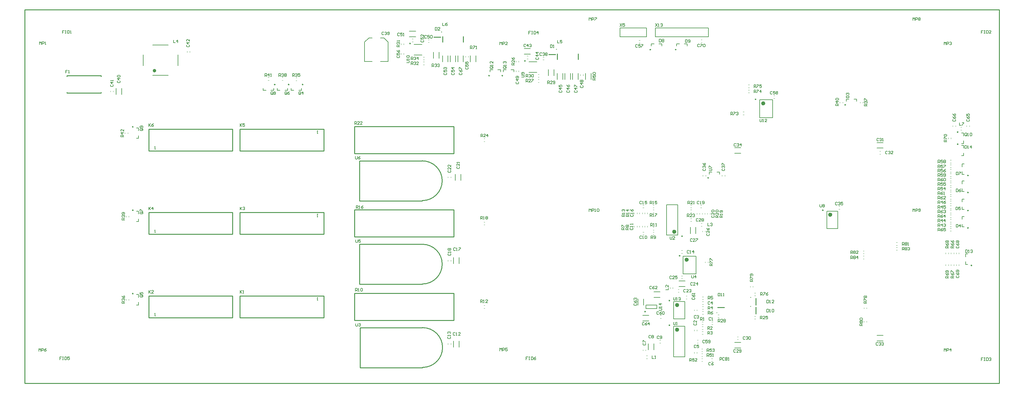
<source format=gto>
G04 Layer_Color=65535*
%FSLAX43Y43*%
%MOMM*%
G71*
G01*
G75*
%ADD30C,0.250*%
%ADD32C,0.500*%
%ADD33C,0.200*%
%ADD34C,0.150*%
%ADD38C,0.254*%
%ADD74C,0.600*%
%ADD75C,0.100*%
D30*
X188250Y36675D02*
G03*
X188250Y36675I-125J0D01*
G01*
X178325Y20625D02*
G03*
X178325Y20625I-125J0D01*
G01*
X268150Y72300D02*
G03*
X268150Y72300I-125J0D01*
G01*
X229400Y49780D02*
G03*
X229400Y49780I-125J0D01*
G01*
X152750Y96100D02*
G03*
X152750Y96100I-50J0D01*
G01*
X210075Y81725D02*
G03*
X210075Y81725I-125J0D01*
G01*
X185300Y16685D02*
G03*
X185300Y16685I-125J0D01*
G01*
X185300Y23780D02*
G03*
X185300Y23780I-125J0D01*
G01*
X143800Y92775D02*
G03*
X143800Y92775I-125J0D01*
G01*
X137325Y88525D02*
G03*
X137325Y88525I-125J0D01*
G01*
X133525D02*
G03*
X133525Y88525I-125J0D01*
G01*
X268150Y68800D02*
G03*
X268150Y68800I-125J0D01*
G01*
X208550Y24700D02*
G03*
X208550Y24700I-50J0D01*
G01*
X198850Y20300D02*
G03*
X198850Y20300I-50J0D01*
G01*
X208550Y22100D02*
G03*
X208550Y22100I-50J0D01*
G01*
X110800Y97775D02*
G03*
X110800Y97775I-125J0D01*
G01*
X196455Y59095D02*
G03*
X196455Y59095I-125J0D01*
G01*
X188950Y42315D02*
G03*
X188950Y42315I-125J0D01*
G01*
X31150Y73800D02*
G03*
X31150Y73800I-125J0D01*
G01*
X71925Y85975D02*
G03*
X71925Y85975I-125J0D01*
G01*
X31150Y49800D02*
G03*
X31150Y49800I-125J0D01*
G01*
X75925Y85975D02*
G03*
X75925Y85975I-125J0D01*
G01*
X31150Y25800D02*
G03*
X31150Y25800I-125J0D01*
G01*
X79925Y85975D02*
G03*
X79925Y85975I-125J0D01*
G01*
X187125Y96025D02*
G03*
X187125Y96025I-125J0D01*
G01*
X179825D02*
G03*
X179825Y96025I-125J0D01*
G01*
X271100Y59800D02*
G03*
X271100Y59800I-125J0D01*
G01*
Y54900D02*
G03*
X271100Y54900I-125J0D01*
G01*
Y49700D02*
G03*
X271100Y49700I-125J0D01*
G01*
Y44700D02*
G03*
X271100Y44700I-125J0D01*
G01*
X235825Y80125D02*
G03*
X235825Y80125I-125J0D01*
G01*
X119750Y101100D02*
G03*
X119750Y101100I-50J0D01*
G01*
X272100Y33900D02*
G03*
X272100Y33900I-125J0D01*
G01*
X150525Y94600D02*
X152475D01*
X210000Y22525D02*
Y24475D01*
X199025Y21800D02*
X200975D01*
X210000Y19925D02*
Y21875D01*
X117525Y99600D02*
X119475D01*
D32*
X37500Y89950D02*
G03*
X37500Y89950I-250J0D01*
G01*
D33*
X34000Y91450D02*
Y94550D01*
X44000Y91450D02*
Y94550D01*
X36750Y88650D02*
X41250D01*
X36750Y97350D02*
X41250D01*
X189150Y31450D02*
X192850D01*
X189150Y36550D02*
X192850D01*
Y31450D02*
Y36550D01*
X189150Y31450D02*
Y36550D01*
X178450Y22500D02*
X181550D01*
X178450Y21500D02*
X181550D01*
Y22500D01*
X178450Y21500D02*
Y22500D01*
X269100Y72000D02*
X269700D01*
Y71200D02*
Y72000D01*
X269100Y69000D02*
X269700D01*
Y69800D01*
X230400Y44500D02*
Y49500D01*
X233600Y44500D02*
Y49500D01*
X230400D02*
X233600D01*
X230400Y44500D02*
X233600D01*
X211150Y76450D02*
Y81550D01*
X214850Y76450D02*
Y81550D01*
X211150D02*
X214850D01*
X211150Y76450D02*
X214850D01*
X102200Y99400D02*
X103150D01*
X104400Y98150D01*
X97600D02*
X98850Y99400D01*
X99800D01*
X104400Y92600D02*
Y98150D01*
X102200Y92600D02*
X104400D01*
X97600D02*
X99800D01*
X97600D02*
Y98150D01*
X170980Y102270D02*
X178600D01*
Y99730D02*
Y102270D01*
X170980Y99730D02*
X178600D01*
X170980D02*
Y102270D01*
X186400Y7625D02*
Y16375D01*
X189600Y7625D02*
Y16375D01*
X186400D02*
X189600D01*
X186400Y7625D02*
X189600D01*
X186400Y18500D02*
Y23500D01*
X189600Y18500D02*
Y23500D01*
X186400D02*
X189600D01*
X186400Y18500D02*
X189600D01*
X179100Y9600D02*
Y11400D01*
X180700Y9600D02*
Y11400D01*
X152000Y88500D02*
Y90300D01*
X150400Y88500D02*
Y90300D01*
X144850Y92550D02*
X147150D01*
X144850Y89450D02*
X147150D01*
X128000Y92500D02*
Y94300D01*
X129600Y92500D02*
Y94300D01*
X161100Y87400D02*
Y89200D01*
X162700Y87400D02*
Y89200D01*
X181140Y99730D02*
Y102270D01*
Y99730D02*
X196380D01*
Y102270D01*
X181140D02*
X196380D01*
X139700Y90200D02*
X140500D01*
Y89600D02*
Y90200D01*
X137500D02*
X138300D01*
X137500Y89600D02*
Y90200D01*
X135900D02*
X136700D01*
Y89600D02*
Y90200D01*
X133700D02*
X134500D01*
X133700Y89600D02*
Y90200D01*
X269700Y65500D02*
Y66300D01*
X269100Y65500D02*
X269700D01*
Y67700D02*
Y68500D01*
X269100D02*
X269700D01*
X126000Y92500D02*
Y94300D01*
X124400Y92500D02*
Y94300D01*
X177500Y17900D02*
X179300D01*
X177500Y19500D02*
X179300D01*
X177800Y22500D02*
Y24300D01*
X176200Y22500D02*
Y24300D01*
X180700Y26300D02*
X182500D01*
X180700Y24700D02*
X182500D01*
X111850Y94450D02*
X114150D01*
X111850Y97550D02*
X114150D01*
X198830Y60770D02*
X199630D01*
Y60170D02*
Y60770D01*
X196630D02*
X197430D01*
X196630Y60170D02*
Y60770D01*
X187600Y42625D02*
Y51375D01*
X184400Y42625D02*
Y51375D01*
Y42625D02*
X187600D01*
X184400Y51375D02*
X187600D01*
X119000Y93500D02*
Y95300D01*
X117400Y93500D02*
Y95300D01*
X32700Y70500D02*
Y71300D01*
X32100Y70500D02*
X32700D01*
Y72700D02*
Y73500D01*
X32100D02*
X32700D01*
X68500Y84300D02*
X69300D01*
X68500D02*
Y84900D01*
X70700Y84300D02*
X71500D01*
Y84900D01*
X32700Y46500D02*
Y47300D01*
X32100Y46500D02*
X32700D01*
Y48700D02*
Y49500D01*
X32100D02*
X32700D01*
X72500Y84300D02*
X73300D01*
X72500D02*
Y84900D01*
X74700Y84300D02*
X75500D01*
Y84900D01*
X32700Y22500D02*
Y23300D01*
X32100Y22500D02*
X32700D01*
Y24700D02*
Y25500D01*
X32100D02*
X32700D01*
X76500Y84300D02*
X77300D01*
X76500D02*
Y84900D01*
X78700Y84300D02*
X79500D01*
Y84900D01*
X189500Y97700D02*
X190300D01*
Y97100D02*
Y97700D01*
X187300D02*
X188100D01*
X187300Y97100D02*
Y97700D01*
X182200D02*
X183000D01*
Y97100D02*
Y97700D01*
X180000D02*
X180800D01*
X180000Y97100D02*
Y97700D01*
X269300Y62300D02*
Y63100D01*
X269900D01*
X269300Y60100D02*
Y60900D01*
Y60100D02*
X269900D01*
X269300Y57400D02*
Y58200D01*
X269900D01*
X269300Y55200D02*
Y56000D01*
Y55200D02*
X269900D01*
X269300Y52200D02*
Y53000D01*
X269900D01*
X269300Y50000D02*
Y50800D01*
Y50000D02*
X269900D01*
X269300Y47200D02*
Y48000D01*
X269900D01*
X269300Y45000D02*
Y45800D01*
Y45000D02*
X269900D01*
X238200Y81800D02*
X239000D01*
Y81200D02*
Y81800D01*
X236000D02*
X236800D01*
X236000Y81200D02*
Y81800D01*
X123800Y92500D02*
Y94300D01*
X122200Y92500D02*
Y94300D01*
X121600Y92500D02*
Y94300D01*
X120000Y92500D02*
Y94300D01*
X110500Y101300D02*
X112300D01*
X110500Y99700D02*
X112300D01*
X159000Y87400D02*
Y89200D01*
X157400Y87400D02*
Y89200D01*
X156800Y87400D02*
Y89200D01*
X155200Y87400D02*
Y89200D01*
X154600Y87400D02*
Y89200D01*
X153000Y87400D02*
Y89200D01*
X143500Y96300D02*
X145300D01*
X143500Y94700D02*
X145300D01*
X27800Y83100D02*
Y84900D01*
X26200Y83100D02*
Y84900D01*
X203930Y67770D02*
X205730D01*
X203930Y66170D02*
X205730D01*
X244830Y12170D02*
X246630D01*
X244830Y13770D02*
X246630D01*
X244830Y69270D02*
X246630D01*
X244830Y67670D02*
X246630D01*
X203930Y10170D02*
X205730D01*
X203930Y11770D02*
X205730D01*
X192800Y43100D02*
Y44900D01*
X191200Y43100D02*
Y44900D01*
X187900Y29400D02*
X189700D01*
X187900Y27800D02*
X189700D01*
X125300Y58400D02*
Y60200D01*
X123700Y58400D02*
Y60200D01*
X124800Y34400D02*
Y36200D01*
X123200Y34400D02*
Y36200D01*
X124800Y10400D02*
Y12200D01*
X123200Y10400D02*
Y12200D01*
X270300Y34200D02*
X270900D01*
X270300D02*
Y35000D01*
Y37200D02*
X270900D01*
X270300Y36400D02*
Y37200D01*
D34*
X42700Y98800D02*
Y98000D01*
X43233D01*
X43900D02*
Y98800D01*
X43500Y98400D01*
X44033D01*
X191600Y31050D02*
Y30383D01*
X191733Y30250D01*
X192000D01*
X192133Y30383D01*
Y31050D01*
X192800Y30250D02*
Y31050D01*
X192400Y30650D01*
X192933D01*
X153021Y98709D02*
Y97910D01*
X153554D01*
X154354Y98709D02*
X153821D01*
Y98309D01*
X154087Y98443D01*
X154221D01*
X154354Y98309D01*
Y98043D01*
X154221Y97910D01*
X153954D01*
X153821Y98043D01*
X182200Y21000D02*
X182867D01*
X183000Y21133D01*
Y21400D01*
X182867Y21533D01*
X182200D01*
X183000Y21800D02*
Y22066D01*
Y21933D01*
X182200D01*
X182334Y21800D01*
X183000Y22866D02*
X182200D01*
X182600Y22466D01*
Y22999D01*
X270633Y71333D02*
Y71866D01*
X270500Y72000D01*
X270233D01*
X270100Y71866D01*
Y71333D01*
X270233Y71200D01*
X270500D01*
X270367Y71467D02*
X270633Y71200D01*
X270500D02*
X270633Y71333D01*
X270900Y71200D02*
X271166D01*
X271033D01*
Y72000D01*
X270900Y71866D01*
X271566D02*
X271699Y72000D01*
X271966D01*
X272099Y71866D01*
Y71333D01*
X271966Y71200D01*
X271699D01*
X271566Y71333D01*
Y71866D01*
X228434Y51491D02*
Y50824D01*
X228567Y50691D01*
X228833D01*
X228967Y50824D01*
Y51491D01*
X229233Y51357D02*
X229367Y51491D01*
X229633D01*
X229766Y51357D01*
Y51224D01*
X229633Y51091D01*
X229766Y50958D01*
Y50824D01*
X229633Y50691D01*
X229367D01*
X229233Y50824D01*
Y50958D01*
X229367Y51091D01*
X229233Y51224D01*
Y51357D01*
X229367Y51091D02*
X229633D01*
X151000Y97400D02*
Y96600D01*
X151400D01*
X151533Y96733D01*
Y97266D01*
X151400Y97400D01*
X151000D01*
X151800Y96600D02*
X152066D01*
X151933D01*
Y97400D01*
X151800Y97266D01*
X237300Y35800D02*
Y36600D01*
X237700D01*
X237833Y36466D01*
Y36200D01*
X237700Y36067D01*
X237300D01*
X237567D02*
X237833Y35800D01*
X238100Y36466D02*
X238233Y36600D01*
X238500D01*
X238633Y36466D01*
Y36333D01*
X238500Y36200D01*
X238633Y36067D01*
Y35933D01*
X238500Y35800D01*
X238233D01*
X238100Y35933D01*
Y36067D01*
X238233Y36200D01*
X238100Y36333D01*
Y36466D01*
X238233Y36200D02*
X238500D01*
X239299Y35800D02*
Y36600D01*
X238899Y36200D01*
X239433D01*
X211200Y76000D02*
Y75333D01*
X211333Y75200D01*
X211600D01*
X211733Y75333D01*
Y76000D01*
X212000Y75200D02*
X212266D01*
X212133D01*
Y76000D01*
X212000Y75866D01*
X213199Y75200D02*
X212666D01*
X213199Y75733D01*
Y75866D01*
X213066Y76000D01*
X212799D01*
X212666Y75866D01*
X12279Y90073D02*
X11746D01*
Y89673D01*
X12013D01*
X11746D01*
Y89274D01*
X12546D02*
X12813D01*
X12679D01*
Y90073D01*
X12546Y89940D01*
X95000Y26500D02*
Y27300D01*
X95400D01*
X95533Y27166D01*
Y26900D01*
X95400Y26767D01*
X95000D01*
X95267D02*
X95533Y26500D01*
X95800D02*
X96066D01*
X95933D01*
Y27300D01*
X95800Y27166D01*
X96466D02*
X96599Y27300D01*
X96866D01*
X96999Y27166D01*
Y26633D01*
X96866Y26500D01*
X96599D01*
X96466Y26633D01*
Y27166D01*
X268500Y75000D02*
Y74200D01*
X269033D01*
X269300Y75000D02*
X269833D01*
Y74866D01*
X269300Y74333D01*
Y74200D01*
X103133Y100966D02*
X103000Y101100D01*
X102733D01*
X102600Y100966D01*
Y100433D01*
X102733Y100300D01*
X103000D01*
X103133Y100433D01*
X103400Y100966D02*
X103533Y101100D01*
X103800D01*
X103933Y100966D01*
Y100833D01*
X103800Y100700D01*
X103666D01*
X103800D01*
X103933Y100567D01*
Y100433D01*
X103800Y100300D01*
X103533D01*
X103400Y100433D01*
X104199D02*
X104333Y100300D01*
X104599D01*
X104733Y100433D01*
Y100966D01*
X104599Y101100D01*
X104333D01*
X104199Y100966D01*
Y100833D01*
X104333Y100700D01*
X104733D01*
X171000Y103500D02*
X171533Y102700D01*
Y103500D02*
X171000Y102700D01*
X172333Y103500D02*
X171800D01*
Y103100D01*
X172066Y103233D01*
X172200D01*
X172333Y103100D01*
Y102833D01*
X172200Y102700D01*
X171933D01*
X171800Y102833D01*
X11333Y101500D02*
X10800D01*
Y101100D01*
X11067D01*
X10800D01*
Y100700D01*
X11600Y101500D02*
X11866D01*
X11733D01*
Y100700D01*
X11600D01*
X11866D01*
X12266Y101500D02*
Y100700D01*
X12666D01*
X12799Y100833D01*
Y101366D01*
X12666Y101500D01*
X12266D01*
X13066Y100700D02*
X13333D01*
X13199D01*
Y101500D01*
X13066Y101366D01*
X186400Y17600D02*
Y16933D01*
X186533Y16800D01*
X186800D01*
X186933Y16933D01*
Y17600D01*
X187200Y16800D02*
X187466D01*
X187333D01*
Y17600D01*
X187200Y17466D01*
X186400Y24700D02*
Y24033D01*
X186533Y23900D01*
X186800D01*
X186933Y24033D01*
Y24700D01*
X187200Y23900D02*
X187466D01*
X187333D01*
Y24700D01*
X187200Y24566D01*
X187866D02*
X187999Y24700D01*
X188266D01*
X188399Y24566D01*
Y24433D01*
X188266Y24300D01*
X188133D01*
X188266D01*
X188399Y24167D01*
Y24033D01*
X188266Y23900D01*
X187999D01*
X187866Y24033D01*
X179833Y13666D02*
X179700Y13800D01*
X179433D01*
X179300Y13666D01*
Y13133D01*
X179433Y13000D01*
X179700D01*
X179833Y13133D01*
X180100Y13666D02*
X180233Y13800D01*
X180500D01*
X180633Y13666D01*
Y13533D01*
X180500Y13400D01*
X180633Y13267D01*
Y13133D01*
X180500Y13000D01*
X180233D01*
X180100Y13133D01*
Y13267D01*
X180233Y13400D01*
X180100Y13533D01*
Y13666D01*
X180233Y13400D02*
X180500D01*
X266734Y75933D02*
X266600Y75800D01*
Y75533D01*
X266734Y75400D01*
X267267D01*
X267400Y75533D01*
Y75800D01*
X267267Y75933D01*
X266600Y76733D02*
X266734Y76466D01*
X267000Y76200D01*
X267267D01*
X267400Y76333D01*
Y76600D01*
X267267Y76733D01*
X267133D01*
X267000Y76600D01*
Y76200D01*
X266600Y77533D02*
X266734Y77266D01*
X267000Y76999D01*
X267267D01*
X267400Y77133D01*
Y77399D01*
X267267Y77533D01*
X267133D01*
X267000Y77399D01*
Y76999D01*
X95100Y17200D02*
Y16533D01*
X95233Y16400D01*
X95500D01*
X95633Y16533D01*
Y17200D01*
X95900Y17066D02*
X96033Y17200D01*
X96300D01*
X96433Y17066D01*
Y16933D01*
X96300Y16800D01*
X96166D01*
X96300D01*
X96433Y16667D01*
Y16533D01*
X96300Y16400D01*
X96033D01*
X95900Y16533D01*
X4000Y9200D02*
Y10000D01*
X4267Y9733D01*
X4533Y10000D01*
Y9200D01*
X4800D02*
Y10000D01*
X5200D01*
X5333Y9866D01*
Y9600D01*
X5200Y9467D01*
X4800D01*
X6133Y10000D02*
X5866Y9866D01*
X5599Y9600D01*
Y9333D01*
X5733Y9200D01*
X5999D01*
X6133Y9333D01*
Y9467D01*
X5999Y9600D01*
X5599D01*
X255172Y49421D02*
Y50221D01*
X255438Y49954D01*
X255705Y50221D01*
Y49421D01*
X255972D02*
Y50221D01*
X256371D01*
X256505Y50087D01*
Y49821D01*
X256371Y49688D01*
X255972D01*
X256771Y49554D02*
X256905Y49421D01*
X257171D01*
X257304Y49554D01*
Y50087D01*
X257171Y50221D01*
X256905D01*
X256771Y50087D01*
Y49954D01*
X256905Y49821D01*
X257304D01*
X162157Y49421D02*
Y50221D01*
X162424Y49954D01*
X162690Y50221D01*
Y49421D01*
X162957D02*
Y50221D01*
X163357D01*
X163490Y50087D01*
Y49821D01*
X163357Y49688D01*
X162957D01*
X163756Y49421D02*
X164023D01*
X163890D01*
Y50221D01*
X163756Y50087D01*
X164423D02*
X164556Y50221D01*
X164823D01*
X164956Y50087D01*
Y49554D01*
X164823Y49421D01*
X164556D01*
X164423Y49554D01*
Y50087D01*
X150200Y86200D02*
Y87000D01*
X150600D01*
X150733Y86866D01*
Y86600D01*
X150600Y86467D01*
X150200D01*
X150467D02*
X150733Y86200D01*
X151533D02*
X151000D01*
X151533Y86733D01*
Y86866D01*
X151400Y87000D01*
X151133D01*
X151000Y86866D01*
X151799Y86333D02*
X151933Y86200D01*
X152199D01*
X152333Y86333D01*
Y86866D01*
X152199Y87000D01*
X151933D01*
X151799Y86866D01*
Y86733D01*
X151933Y86600D01*
X152333D01*
X142700Y88100D02*
X143367D01*
X143500Y88233D01*
Y88500D01*
X143367Y88633D01*
X142700D01*
X143367Y88900D02*
X143500Y89033D01*
Y89300D01*
X143367Y89433D01*
X142834D01*
X142700Y89300D01*
Y89033D01*
X142834Y88900D01*
X142967D01*
X143100Y89033D01*
Y89433D01*
X61835Y26700D02*
Y25901D01*
Y26167D01*
X62368Y26700D01*
X61968Y26300D01*
X62368Y25901D01*
X62635D02*
X62901D01*
X62768D01*
Y26700D01*
X62635Y26567D01*
X84200Y24625D02*
X83933D01*
X84067D01*
Y23825D01*
X84200Y23959D01*
X128007Y96253D02*
Y97052D01*
X128407D01*
X128540Y96919D01*
Y96652D01*
X128407Y96519D01*
X128007D01*
X128273D02*
X128540Y96253D01*
X128807Y97052D02*
X129340D01*
Y96919D01*
X128807Y96386D01*
Y96253D01*
X129606D02*
X129873D01*
X129740D01*
Y97052D01*
X129606Y96919D01*
X164000Y87300D02*
X163200D01*
Y87700D01*
X163334Y87833D01*
X163600D01*
X163733Y87700D01*
Y87300D01*
Y87567D02*
X164000Y87833D01*
X163200Y88633D02*
Y88100D01*
X163600D01*
X163467Y88366D01*
Y88500D01*
X163600Y88633D01*
X163867D01*
X164000Y88500D01*
Y88233D01*
X163867Y88100D01*
X163334Y88899D02*
X163200Y89033D01*
Y89299D01*
X163334Y89433D01*
X163867D01*
X164000Y89299D01*
Y89033D01*
X163867Y88899D01*
X163334D01*
X181200Y103500D02*
X181733Y102700D01*
Y103500D02*
X181200Y102700D01*
X182000D02*
X182266D01*
X182133D01*
Y103500D01*
X182000Y103366D01*
X182666D02*
X182799Y103500D01*
X183066D01*
X183199Y103366D01*
Y103233D01*
X183066Y103100D01*
X182933D01*
X183066D01*
X183199Y102967D01*
Y102833D01*
X183066Y102700D01*
X182799D01*
X182666Y102833D01*
X193833Y97466D02*
X193700Y97600D01*
X193433D01*
X193300Y97466D01*
Y96933D01*
X193433Y96800D01*
X193700D01*
X193833Y96933D01*
X194100Y97600D02*
X194633D01*
Y97466D01*
X194100Y96933D01*
Y96800D01*
X194899Y97466D02*
X195033Y97600D01*
X195299D01*
X195433Y97466D01*
Y96933D01*
X195299Y96800D01*
X195033D01*
X194899Y96933D01*
Y97466D01*
X240700Y16600D02*
X239900D01*
Y17000D01*
X240034Y17133D01*
X240300D01*
X240433Y17000D01*
Y16600D01*
Y16867D02*
X240700Y17133D01*
X240034Y17400D02*
X239900Y17533D01*
Y17800D01*
X240034Y17933D01*
X240167D01*
X240300Y17800D01*
X240433Y17933D01*
X240567D01*
X240700Y17800D01*
Y17533D01*
X240567Y17400D01*
X240433D01*
X240300Y17533D01*
X240167Y17400D01*
X240034D01*
X240300Y17533D02*
Y17800D01*
X240034Y18199D02*
X239900Y18333D01*
Y18599D01*
X240034Y18733D01*
X240567D01*
X240700Y18599D01*
Y18333D01*
X240567Y18199D01*
X240034D01*
X209200Y29300D02*
X208400D01*
Y29700D01*
X208534Y29833D01*
X208800D01*
X208933Y29700D01*
Y29300D01*
Y29567D02*
X209200Y29833D01*
X208400Y30100D02*
Y30633D01*
X208534D01*
X209067Y30100D01*
X209200D01*
X209067Y30899D02*
X209200Y31033D01*
Y31299D01*
X209067Y31433D01*
X208534D01*
X208400Y31299D01*
Y31033D01*
X208534Y30899D01*
X208667D01*
X208800Y31033D01*
Y31433D01*
X241900Y23000D02*
X241100D01*
Y23400D01*
X241234Y23533D01*
X241500D01*
X241633Y23400D01*
Y23000D01*
Y23267D02*
X241900Y23533D01*
X241100Y23800D02*
Y24333D01*
X241234D01*
X241767Y23800D01*
X241900D01*
X241234Y24599D02*
X241100Y24733D01*
Y24999D01*
X241234Y25133D01*
X241367D01*
X241500Y24999D01*
X241633Y25133D01*
X241767D01*
X241900Y24999D01*
Y24733D01*
X241767Y24599D01*
X241633D01*
X241500Y24733D01*
X241367Y24599D01*
X241234D01*
X241500Y24733D02*
Y24999D01*
X197600Y33800D02*
X196800D01*
Y34200D01*
X196934Y34333D01*
X197200D01*
X197333Y34200D01*
Y33800D01*
Y34067D02*
X197600Y34333D01*
X196800Y34600D02*
Y35133D01*
X196934D01*
X197467Y34600D01*
X197600D01*
X196800Y35399D02*
Y35933D01*
X196934D01*
X197467Y35399D01*
X197600D01*
X211400Y25300D02*
Y26100D01*
X211800D01*
X211933Y25966D01*
Y25700D01*
X211800Y25567D01*
X211400D01*
X211667D02*
X211933Y25300D01*
X212200Y26100D02*
X212733D01*
Y25966D01*
X212200Y25433D01*
Y25300D01*
X213533Y26100D02*
X213266Y25966D01*
X212999Y25700D01*
Y25433D01*
X213133Y25300D01*
X213399D01*
X213533Y25433D01*
Y25567D01*
X213399Y25700D01*
X212999D01*
X199200Y17600D02*
Y18400D01*
X199600D01*
X199733Y18266D01*
Y18000D01*
X199600Y17867D01*
X199200D01*
X199467D02*
X199733Y17600D01*
X200533D02*
X200000D01*
X200533Y18133D01*
Y18266D01*
X200400Y18400D01*
X200133D01*
X200000Y18266D01*
X200799D02*
X200933Y18400D01*
X201199D01*
X201333Y18266D01*
Y18133D01*
X201199Y18000D01*
X201333Y17867D01*
Y17733D01*
X201199Y17600D01*
X200933D01*
X200799Y17733D01*
Y17867D01*
X200933Y18000D01*
X200799Y18133D01*
Y18266D01*
X200933Y18000D02*
X201199D01*
X211300Y18500D02*
Y19300D01*
X211700D01*
X211833Y19166D01*
Y18900D01*
X211700Y18767D01*
X211300D01*
X211567D02*
X211833Y18500D01*
X212633D02*
X212100D01*
X212633Y19033D01*
Y19166D01*
X212500Y19300D01*
X212233D01*
X212100Y19166D01*
X213433Y19300D02*
X212899D01*
Y18900D01*
X213166Y19033D01*
X213299D01*
X213433Y18900D01*
Y18633D01*
X213299Y18500D01*
X213033D01*
X212899Y18633D01*
X138167Y91133D02*
X137634D01*
X137500Y91000D01*
Y90733D01*
X137634Y90600D01*
X138167D01*
X138300Y90733D01*
Y91000D01*
X138033Y90867D02*
X138300Y91133D01*
Y91000D02*
X138167Y91133D01*
X138300Y91400D02*
Y91666D01*
Y91533D01*
X137500D01*
X137634Y91400D01*
Y92066D02*
X137500Y92199D01*
Y92466D01*
X137634Y92599D01*
X137767D01*
X137900Y92466D01*
Y92333D01*
Y92466D01*
X138033Y92599D01*
X138167D01*
X138300Y92466D01*
Y92199D01*
X138167Y92066D01*
X134367Y91133D02*
X133834D01*
X133700Y91000D01*
Y90733D01*
X133834Y90600D01*
X134367D01*
X134500Y90733D01*
Y91000D01*
X134233Y90867D02*
X134500Y91133D01*
Y91000D02*
X134367Y91133D01*
X134500Y91400D02*
Y91666D01*
Y91533D01*
X133700D01*
X133834Y91400D01*
X134500Y92599D02*
Y92066D01*
X133967Y92599D01*
X133834D01*
X133700Y92466D01*
Y92199D01*
X133834Y92066D01*
X144559Y7588D02*
X144025D01*
Y7188D01*
X144292D01*
X144025D01*
Y6788D01*
X144825Y7588D02*
X145092D01*
X144958D01*
Y6788D01*
X144825D01*
X145092D01*
X145492Y7588D02*
Y6788D01*
X145891D01*
X146025Y6921D01*
Y7454D01*
X145891Y7588D01*
X145492D01*
X146824D02*
X146558Y7454D01*
X146291Y7188D01*
Y6921D01*
X146425Y6788D01*
X146691D01*
X146824Y6921D01*
Y7054D01*
X146691Y7188D01*
X146291D01*
X10552Y7574D02*
X10019D01*
Y7174D01*
X10286D01*
X10019D01*
Y6774D01*
X10819Y7574D02*
X11085D01*
X10952D01*
Y6774D01*
X10819D01*
X11085D01*
X11485Y7574D02*
Y6774D01*
X11885D01*
X12018Y6908D01*
Y7441D01*
X11885Y7574D01*
X11485D01*
X12818D02*
X12285D01*
Y7174D01*
X12552Y7308D01*
X12685D01*
X12818Y7174D01*
Y6908D01*
X12685Y6774D01*
X12418D01*
X12285Y6908D01*
X145333Y101300D02*
X144800D01*
Y100900D01*
X145067D01*
X144800D01*
Y100500D01*
X145600Y101300D02*
X145866D01*
X145733D01*
Y100500D01*
X145600D01*
X145866D01*
X146266Y101300D02*
Y100500D01*
X146666D01*
X146799Y100633D01*
Y101166D01*
X146666Y101300D01*
X146266D01*
X147466Y100500D02*
Y101300D01*
X147066Y100900D01*
X147599D01*
X270100Y68400D02*
Y67600D01*
X270500D01*
X270633Y67733D01*
Y68266D01*
X270500Y68400D01*
X270100D01*
X270900Y67600D02*
X271166D01*
X271033D01*
Y68400D01*
X270900Y68266D01*
X271966Y67600D02*
Y68400D01*
X271566Y68000D01*
X272099D01*
X267734Y30933D02*
X267600Y30800D01*
Y30533D01*
X267734Y30400D01*
X268267D01*
X268400Y30533D01*
Y30800D01*
X268267Y30933D01*
X267600Y31733D02*
X267734Y31466D01*
X268000Y31200D01*
X268267D01*
X268400Y31333D01*
Y31600D01*
X268267Y31733D01*
X268133D01*
X268000Y31600D01*
Y31200D01*
X268267Y31999D02*
X268400Y32133D01*
Y32399D01*
X268267Y32533D01*
X267734D01*
X267600Y32399D01*
Y32133D01*
X267734Y31999D01*
X267867D01*
X268000Y32133D01*
Y32533D01*
X267734Y39433D02*
X267600Y39300D01*
Y39033D01*
X267734Y38900D01*
X268267D01*
X268400Y39033D01*
Y39300D01*
X268267Y39433D01*
X267600Y40233D02*
X267734Y39966D01*
X268000Y39700D01*
X268267D01*
X268400Y39833D01*
Y40100D01*
X268267Y40233D01*
X268133D01*
X268000Y40100D01*
Y39700D01*
X267734Y40499D02*
X267600Y40633D01*
Y40899D01*
X267734Y41033D01*
X267867D01*
X268000Y40899D01*
X268133Y41033D01*
X268267D01*
X268400Y40899D01*
Y40633D01*
X268267Y40499D01*
X268133D01*
X268000Y40633D01*
X267867Y40499D01*
X267734D01*
X268000Y40633D02*
Y40899D01*
X124934Y89333D02*
X124800Y89200D01*
Y88933D01*
X124934Y88800D01*
X125467D01*
X125600Y88933D01*
Y89200D01*
X125467Y89333D01*
X124800Y90133D02*
X124934Y89866D01*
X125200Y89600D01*
X125467D01*
X125600Y89733D01*
Y90000D01*
X125467Y90133D01*
X125333D01*
X125200Y90000D01*
Y89600D01*
X124800Y90399D02*
Y90933D01*
X124934D01*
X125467Y90399D01*
X125600D01*
X262400Y43800D02*
Y44600D01*
X262800D01*
X262933Y44466D01*
Y44200D01*
X262800Y44067D01*
X262400D01*
X262667D02*
X262933Y43800D01*
X263733Y44600D02*
X263466Y44466D01*
X263200Y44200D01*
Y43933D01*
X263333Y43800D01*
X263600D01*
X263733Y43933D01*
Y44067D01*
X263600Y44200D01*
X263200D01*
X264533Y44600D02*
X263999D01*
Y44200D01*
X264266Y44333D01*
X264399D01*
X264533Y44200D01*
Y43933D01*
X264399Y43800D01*
X264133D01*
X263999Y43933D01*
X262400Y47700D02*
Y48500D01*
X262800D01*
X262933Y48366D01*
Y48100D01*
X262800Y47967D01*
X262400D01*
X262667D02*
X262933Y47700D01*
X263733Y48500D02*
X263466Y48366D01*
X263200Y48100D01*
Y47833D01*
X263333Y47700D01*
X263600D01*
X263733Y47833D01*
Y47967D01*
X263600Y48100D01*
X263200D01*
X264399Y47700D02*
Y48500D01*
X263999Y48100D01*
X264533D01*
X262400Y49000D02*
Y49800D01*
X262800D01*
X262933Y49666D01*
Y49400D01*
X262800Y49267D01*
X262400D01*
X262667D02*
X262933Y49000D01*
X263733Y49800D02*
X263466Y49666D01*
X263200Y49400D01*
Y49133D01*
X263333Y49000D01*
X263600D01*
X263733Y49133D01*
Y49267D01*
X263600Y49400D01*
X263200D01*
X263999Y49666D02*
X264133Y49800D01*
X264399D01*
X264533Y49666D01*
Y49533D01*
X264399Y49400D01*
X264266D01*
X264399D01*
X264533Y49267D01*
Y49133D01*
X264399Y49000D01*
X264133D01*
X263999Y49133D01*
X262400Y53000D02*
Y53800D01*
X262800D01*
X262933Y53666D01*
Y53400D01*
X262800Y53267D01*
X262400D01*
X262667D02*
X262933Y53000D01*
X263733Y53800D02*
X263466Y53666D01*
X263200Y53400D01*
Y53133D01*
X263333Y53000D01*
X263600D01*
X263733Y53133D01*
Y53267D01*
X263600Y53400D01*
X263200D01*
X264533Y53000D02*
X263999D01*
X264533Y53533D01*
Y53666D01*
X264399Y53800D01*
X264133D01*
X263999Y53666D01*
X262400Y54300D02*
Y55100D01*
X262800D01*
X262933Y54966D01*
Y54700D01*
X262800Y54567D01*
X262400D01*
X262667D02*
X262933Y54300D01*
X263733Y55100D02*
X263466Y54966D01*
X263200Y54700D01*
Y54433D01*
X263333Y54300D01*
X263600D01*
X263733Y54433D01*
Y54567D01*
X263600Y54700D01*
X263200D01*
X263999Y54300D02*
X264266D01*
X264133D01*
Y55100D01*
X263999Y54966D01*
X262400Y58200D02*
Y59000D01*
X262800D01*
X262933Y58866D01*
Y58600D01*
X262800Y58467D01*
X262400D01*
X262667D02*
X262933Y58200D01*
X263733Y59000D02*
X263466Y58866D01*
X263200Y58600D01*
Y58333D01*
X263333Y58200D01*
X263600D01*
X263733Y58333D01*
Y58467D01*
X263600Y58600D01*
X263200D01*
X263999Y58866D02*
X264133Y59000D01*
X264399D01*
X264533Y58866D01*
Y58333D01*
X264399Y58200D01*
X264133D01*
X263999Y58333D01*
Y58866D01*
X262400Y59500D02*
Y60300D01*
X262800D01*
X262933Y60166D01*
Y59900D01*
X262800Y59767D01*
X262400D01*
X262667D02*
X262933Y59500D01*
X263733Y60300D02*
X263200D01*
Y59900D01*
X263466Y60033D01*
X263600D01*
X263733Y59900D01*
Y59633D01*
X263600Y59500D01*
X263333D01*
X263200Y59633D01*
X263999D02*
X264133Y59500D01*
X264399D01*
X264533Y59633D01*
Y60166D01*
X264399Y60300D01*
X264133D01*
X263999Y60166D01*
Y60033D01*
X264133Y59900D01*
X264533D01*
X262400Y63400D02*
Y64200D01*
X262800D01*
X262933Y64066D01*
Y63800D01*
X262800Y63667D01*
X262400D01*
X262667D02*
X262933Y63400D01*
X263733Y64200D02*
X263200D01*
Y63800D01*
X263466Y63933D01*
X263600D01*
X263733Y63800D01*
Y63533D01*
X263600Y63400D01*
X263333D01*
X263200Y63533D01*
X263999Y64066D02*
X264133Y64200D01*
X264399D01*
X264533Y64066D01*
Y63933D01*
X264399Y63800D01*
X264533Y63667D01*
Y63533D01*
X264399Y63400D01*
X264133D01*
X263999Y63533D01*
Y63667D01*
X264133Y63800D01*
X263999Y63933D01*
Y64066D01*
X264133Y63800D02*
X264399D01*
X262400Y62000D02*
Y62800D01*
X262800D01*
X262933Y62666D01*
Y62400D01*
X262800Y62267D01*
X262400D01*
X262667D02*
X262933Y62000D01*
X263733Y62800D02*
X263200D01*
Y62400D01*
X263466Y62533D01*
X263600D01*
X263733Y62400D01*
Y62133D01*
X263600Y62000D01*
X263333D01*
X263200Y62133D01*
X263999Y62800D02*
X264533D01*
Y62666D01*
X263999Y62133D01*
Y62000D01*
X262400Y60800D02*
Y61600D01*
X262800D01*
X262933Y61466D01*
Y61200D01*
X262800Y61067D01*
X262400D01*
X262667D02*
X262933Y60800D01*
X263733Y61600D02*
X263200D01*
Y61200D01*
X263466Y61333D01*
X263600D01*
X263733Y61200D01*
Y60933D01*
X263600Y60800D01*
X263333D01*
X263200Y60933D01*
X264533Y61600D02*
X264266Y61466D01*
X263999Y61200D01*
Y60933D01*
X264133Y60800D01*
X264399D01*
X264533Y60933D01*
Y61067D01*
X264399Y61200D01*
X263999D01*
X262400Y56900D02*
Y57700D01*
X262800D01*
X262933Y57566D01*
Y57300D01*
X262800Y57167D01*
X262400D01*
X262667D02*
X262933Y56900D01*
X263733Y57700D02*
X263200D01*
Y57300D01*
X263466Y57433D01*
X263600D01*
X263733Y57300D01*
Y57033D01*
X263600Y56900D01*
X263333D01*
X263200Y57033D01*
X264533Y57700D02*
X263999D01*
Y57300D01*
X264266Y57433D01*
X264399D01*
X264533Y57300D01*
Y57033D01*
X264399Y56900D01*
X264133D01*
X263999Y57033D01*
X262400Y55600D02*
Y56400D01*
X262800D01*
X262933Y56266D01*
Y56000D01*
X262800Y55867D01*
X262400D01*
X262667D02*
X262933Y55600D01*
X263733Y56400D02*
X263200D01*
Y56000D01*
X263466Y56133D01*
X263600D01*
X263733Y56000D01*
Y55733D01*
X263600Y55600D01*
X263333D01*
X263200Y55733D01*
X264399Y55600D02*
Y56400D01*
X263999Y56000D01*
X264533D01*
X196000Y9100D02*
Y9900D01*
X196400D01*
X196533Y9766D01*
Y9500D01*
X196400Y9367D01*
X196000D01*
X196267D02*
X196533Y9100D01*
X197333Y9900D02*
X196800D01*
Y9500D01*
X197066Y9633D01*
X197200D01*
X197333Y9500D01*
Y9233D01*
X197200Y9100D01*
X196933D01*
X196800Y9233D01*
X197599Y9766D02*
X197733Y9900D01*
X197999D01*
X198133Y9766D01*
Y9633D01*
X197999Y9500D01*
X197866D01*
X197999D01*
X198133Y9367D01*
Y9233D01*
X197999Y9100D01*
X197733D01*
X197599Y9233D01*
X191000Y6300D02*
Y7100D01*
X191400D01*
X191533Y6966D01*
Y6700D01*
X191400Y6567D01*
X191000D01*
X191267D02*
X191533Y6300D01*
X192333Y7100D02*
X191800D01*
Y6700D01*
X192066Y6833D01*
X192200D01*
X192333Y6700D01*
Y6433D01*
X192200Y6300D01*
X191933D01*
X191800Y6433D01*
X193133Y6300D02*
X192599D01*
X193133Y6833D01*
Y6966D01*
X192999Y7100D01*
X192733D01*
X192599Y6966D01*
X196000Y7700D02*
Y8500D01*
X196400D01*
X196533Y8366D01*
Y8100D01*
X196400Y7967D01*
X196000D01*
X196267D02*
X196533Y7700D01*
X197333Y8500D02*
X196800D01*
Y8100D01*
X197066Y8233D01*
X197200D01*
X197333Y8100D01*
Y7833D01*
X197200Y7700D01*
X196933D01*
X196800Y7833D01*
X197599Y7700D02*
X197866D01*
X197733D01*
Y8500D01*
X197599Y8366D01*
X213200Y23900D02*
Y23100D01*
X213600D01*
X213733Y23233D01*
Y23766D01*
X213600Y23900D01*
X213200D01*
X214000Y23100D02*
X214266D01*
X214133D01*
Y23900D01*
X214000Y23766D01*
X215199Y23100D02*
X214666D01*
X215199Y23633D01*
Y23766D01*
X215066Y23900D01*
X214799D01*
X214666Y23766D01*
X199200Y25900D02*
Y25100D01*
X199600D01*
X199733Y25233D01*
Y25766D01*
X199600Y25900D01*
X199200D01*
X200000Y25100D02*
X200266D01*
X200133D01*
Y25900D01*
X200000Y25766D01*
X200666Y25100D02*
X200933D01*
X200799D01*
Y25900D01*
X200666Y25766D01*
X213200Y21300D02*
Y20500D01*
X213600D01*
X213733Y20633D01*
Y21166D01*
X213600Y21300D01*
X213200D01*
X214000Y20500D02*
X214266D01*
X214133D01*
Y21300D01*
X214000Y21166D01*
X214666D02*
X214799Y21300D01*
X215066D01*
X215199Y21166D01*
Y20633D01*
X215066Y20500D01*
X214799D01*
X214666Y20633D01*
Y21166D01*
X177933Y17366D02*
X177800Y17500D01*
X177533D01*
X177400Y17366D01*
Y16833D01*
X177533Y16700D01*
X177800D01*
X177933Y16833D01*
X178733Y17500D02*
X178466Y17366D01*
X178200Y17100D01*
Y16833D01*
X178333Y16700D01*
X178600D01*
X178733Y16833D01*
Y16967D01*
X178600Y17100D01*
X178200D01*
X179399Y16700D02*
Y17500D01*
X178999Y17100D01*
X179533D01*
X175134Y22933D02*
X175000Y22800D01*
Y22533D01*
X175134Y22400D01*
X175667D01*
X175800Y22533D01*
Y22800D01*
X175667Y22933D01*
X175000Y23733D02*
X175134Y23466D01*
X175400Y23200D01*
X175667D01*
X175800Y23333D01*
Y23600D01*
X175667Y23733D01*
X175533D01*
X175400Y23600D01*
Y23200D01*
X175134Y23999D02*
X175000Y24133D01*
Y24399D01*
X175134Y24533D01*
X175267D01*
X175400Y24399D01*
Y24266D01*
Y24399D01*
X175533Y24533D01*
X175667D01*
X175800Y24399D01*
Y24133D01*
X175667Y23999D01*
X180072Y27786D02*
X179938Y27920D01*
X179672D01*
X179539Y27786D01*
Y27253D01*
X179672Y27120D01*
X179938D01*
X180072Y27253D01*
X180872Y27920D02*
X180605Y27786D01*
X180338Y27520D01*
Y27253D01*
X180472Y27120D01*
X180738D01*
X180872Y27253D01*
Y27386D01*
X180738Y27520D01*
X180338D01*
X181671Y27120D02*
X181138D01*
X181671Y27653D01*
Y27786D01*
X181538Y27920D01*
X181271D01*
X181138Y27786D01*
X191834Y24633D02*
X191700Y24500D01*
Y24233D01*
X191834Y24100D01*
X192367D01*
X192500Y24233D01*
Y24500D01*
X192367Y24633D01*
X191700Y25433D02*
X191834Y25166D01*
X192100Y24900D01*
X192367D01*
X192500Y25033D01*
Y25300D01*
X192367Y25433D01*
X192233D01*
X192100Y25300D01*
Y24900D01*
X192500Y25699D02*
Y25966D01*
Y25833D01*
X191700D01*
X191834Y25699D01*
X182133Y20466D02*
X182000Y20600D01*
X181733D01*
X181600Y20466D01*
Y19933D01*
X181733Y19800D01*
X182000D01*
X182133Y19933D01*
X182933Y20600D02*
X182666Y20466D01*
X182400Y20200D01*
Y19933D01*
X182533Y19800D01*
X182800D01*
X182933Y19933D01*
Y20067D01*
X182800Y20200D01*
X182400D01*
X183199Y20466D02*
X183333Y20600D01*
X183599D01*
X183733Y20466D01*
Y19933D01*
X183599Y19800D01*
X183333D01*
X183199Y19933D01*
Y20466D01*
X195333Y12266D02*
X195200Y12400D01*
X194933D01*
X194800Y12266D01*
Y11733D01*
X194933Y11600D01*
X195200D01*
X195333Y11733D01*
X196133Y12400D02*
X195600D01*
Y12000D01*
X195866Y12133D01*
X196000D01*
X196133Y12000D01*
Y11733D01*
X196000Y11600D01*
X195733D01*
X195600Y11733D01*
X196399D02*
X196533Y11600D01*
X196799D01*
X196933Y11733D01*
Y12266D01*
X196799Y12400D01*
X196533D01*
X196399Y12266D01*
Y12133D01*
X196533Y12000D01*
X196933D01*
X109700Y92300D02*
X110367D01*
X110500Y92433D01*
Y92700D01*
X110367Y92833D01*
X109700D01*
X110500Y93100D02*
Y93366D01*
Y93233D01*
X109700D01*
X109834Y93100D01*
Y93766D02*
X109700Y93899D01*
Y94166D01*
X109834Y94299D01*
X110367D01*
X110500Y94166D01*
Y93899D01*
X110367Y93766D01*
X109834D01*
X196600Y61200D02*
X197267D01*
X197400Y61333D01*
Y61600D01*
X197267Y61733D01*
X196600D01*
Y62000D02*
Y62533D01*
X196734D01*
X197267Y62000D01*
X197400D01*
X95000Y65300D02*
Y64633D01*
X95133Y64500D01*
X95400D01*
X95533Y64633D01*
Y65300D01*
X96333D02*
X96066Y65166D01*
X95800Y64900D01*
Y64633D01*
X95933Y64500D01*
X96200D01*
X96333Y64633D01*
Y64767D01*
X96200Y64900D01*
X95800D01*
X95100Y41300D02*
Y40633D01*
X95233Y40500D01*
X95500D01*
X95633Y40633D01*
Y41300D01*
X96433D02*
X95900D01*
Y40900D01*
X96166Y41033D01*
X96300D01*
X96433Y40900D01*
Y40633D01*
X96300Y40500D01*
X96033D01*
X95900Y40633D01*
X185400Y42200D02*
Y41533D01*
X185533Y41400D01*
X185800D01*
X185933Y41533D01*
Y42200D01*
X186733Y41400D02*
X186200D01*
X186733Y41933D01*
Y42066D01*
X186600Y42200D01*
X186333D01*
X186200Y42066D01*
X262400Y51700D02*
Y52500D01*
X262800D01*
X262933Y52366D01*
Y52100D01*
X262800Y51967D01*
X262400D01*
X262667D02*
X262933Y51700D01*
X263600D02*
Y52500D01*
X263200Y52100D01*
X263733D01*
X264533Y52500D02*
X264266Y52366D01*
X263999Y52100D01*
Y51833D01*
X264133Y51700D01*
X264399D01*
X264533Y51833D01*
Y51967D01*
X264399Y52100D01*
X263999D01*
X262400Y50300D02*
Y51100D01*
X262800D01*
X262933Y50966D01*
Y50700D01*
X262800Y50567D01*
X262400D01*
X262667D02*
X262933Y50300D01*
X263600D02*
Y51100D01*
X263200Y50700D01*
X263733D01*
X264533Y51100D02*
X263999D01*
Y50700D01*
X264266Y50833D01*
X264399D01*
X264533Y50700D01*
Y50433D01*
X264399Y50300D01*
X264133D01*
X263999Y50433D01*
X262400Y46400D02*
Y47200D01*
X262800D01*
X262933Y47066D01*
Y46800D01*
X262800Y46667D01*
X262400D01*
X262667D02*
X262933Y46400D01*
X263600D02*
Y47200D01*
X263200Y46800D01*
X263733D01*
X264399Y46400D02*
Y47200D01*
X263999Y46800D01*
X264533D01*
X262400Y45100D02*
Y45900D01*
X262800D01*
X262933Y45766D01*
Y45500D01*
X262800Y45367D01*
X262400D01*
X262667D02*
X262933Y45100D01*
X263600D02*
Y45900D01*
X263200Y45500D01*
X263733D01*
X263999Y45766D02*
X264133Y45900D01*
X264399D01*
X264533Y45766D01*
Y45633D01*
X264399Y45500D01*
X264266D01*
X264399D01*
X264533Y45367D01*
Y45233D01*
X264399Y45100D01*
X264133D01*
X263999Y45233D01*
X28400Y70900D02*
X27600D01*
Y71300D01*
X27734Y71433D01*
X28000D01*
X28133Y71300D01*
Y70900D01*
Y71167D02*
X28400Y71433D01*
Y72100D02*
X27600D01*
X28000Y71700D01*
Y72233D01*
X28400Y73033D02*
Y72499D01*
X27867Y73033D01*
X27734D01*
X27600Y72899D01*
Y72633D01*
X27734Y72499D01*
X69000Y88300D02*
Y89100D01*
X69400D01*
X69533Y88966D01*
Y88700D01*
X69400Y88567D01*
X69000D01*
X69267D02*
X69533Y88300D01*
X70200D02*
Y89100D01*
X69800Y88700D01*
X70333D01*
X70599Y88300D02*
X70866D01*
X70733D01*
Y89100D01*
X70599Y88966D01*
X233800Y79900D02*
X233000D01*
Y80300D01*
X233134Y80433D01*
X233400D01*
X233534Y80300D01*
Y79900D01*
Y80167D02*
X233800Y80433D01*
Y81100D02*
X233000D01*
X233400Y80700D01*
Y81233D01*
X233134Y81499D02*
X233000Y81633D01*
Y81899D01*
X233134Y82033D01*
X233667D01*
X233800Y81899D01*
Y81633D01*
X233667Y81499D01*
X233134D01*
X28700Y47000D02*
X27900D01*
Y47400D01*
X28034Y47533D01*
X28300D01*
X28433Y47400D01*
Y47000D01*
Y47267D02*
X28700Y47533D01*
X28034Y47800D02*
X27900Y47933D01*
Y48200D01*
X28034Y48333D01*
X28167D01*
X28300Y48200D01*
Y48066D01*
Y48200D01*
X28433Y48333D01*
X28567D01*
X28700Y48200D01*
Y47933D01*
X28567Y47800D01*
Y48599D02*
X28700Y48733D01*
Y48999D01*
X28567Y49133D01*
X28034D01*
X27900Y48999D01*
Y48733D01*
X28034Y48599D01*
X28167D01*
X28300Y48733D01*
Y49133D01*
X73000Y88300D02*
Y89100D01*
X73400D01*
X73533Y88966D01*
Y88700D01*
X73400Y88567D01*
X73000D01*
X73267D02*
X73533Y88300D01*
X73800Y88966D02*
X73933Y89100D01*
X74200D01*
X74333Y88966D01*
Y88833D01*
X74200Y88700D01*
X74066D01*
X74200D01*
X74333Y88567D01*
Y88433D01*
X74200Y88300D01*
X73933D01*
X73800Y88433D01*
X74599Y88966D02*
X74733Y89100D01*
X74999D01*
X75133Y88966D01*
Y88833D01*
X74999Y88700D01*
X75133Y88567D01*
Y88433D01*
X74999Y88300D01*
X74733D01*
X74599Y88433D01*
Y88567D01*
X74733Y88700D01*
X74599Y88833D01*
Y88966D01*
X74733Y88700D02*
X74999D01*
X242000Y79800D02*
X241200D01*
Y80200D01*
X241334Y80333D01*
X241600D01*
X241734Y80200D01*
Y79800D01*
Y80067D02*
X242000Y80333D01*
X241334Y80600D02*
X241200Y80733D01*
Y81000D01*
X241334Y81133D01*
X241467D01*
X241600Y81000D01*
Y80866D01*
Y81000D01*
X241734Y81133D01*
X241867D01*
X242000Y81000D01*
Y80733D01*
X241867Y80600D01*
X241200Y81399D02*
Y81933D01*
X241334D01*
X241867Y81399D01*
X242000D01*
X28700Y23000D02*
X27900D01*
Y23400D01*
X28034Y23533D01*
X28300D01*
X28433Y23400D01*
Y23000D01*
Y23267D02*
X28700Y23533D01*
X28034Y23800D02*
X27900Y23933D01*
Y24200D01*
X28034Y24333D01*
X28167D01*
X28300Y24200D01*
Y24066D01*
Y24200D01*
X28433Y24333D01*
X28567D01*
X28700Y24200D01*
Y23933D01*
X28567Y23800D01*
X27900Y25133D02*
X28034Y24866D01*
X28300Y24599D01*
X28567D01*
X28700Y24733D01*
Y24999D01*
X28567Y25133D01*
X28433D01*
X28300Y24999D01*
Y24599D01*
X76900Y88300D02*
Y89100D01*
X77300D01*
X77433Y88966D01*
Y88700D01*
X77300Y88567D01*
X76900D01*
X77167D02*
X77433Y88300D01*
X77700Y88966D02*
X77833Y89100D01*
X78100D01*
X78233Y88966D01*
Y88833D01*
X78100Y88700D01*
X77966D01*
X78100D01*
X78233Y88567D01*
Y88433D01*
X78100Y88300D01*
X77833D01*
X77700Y88433D01*
X79033Y89100D02*
X78499D01*
Y88700D01*
X78766Y88833D01*
X78899D01*
X79033Y88700D01*
Y88433D01*
X78899Y88300D01*
X78633D01*
X78499Y88433D01*
X111000Y93100D02*
Y93900D01*
X111400D01*
X111533Y93766D01*
Y93500D01*
X111400Y93367D01*
X111000D01*
X111267D02*
X111533Y93100D01*
X111800Y93766D02*
X111933Y93900D01*
X112200D01*
X112333Y93766D01*
Y93633D01*
X112200Y93500D01*
X112066D01*
X112200D01*
X112333Y93367D01*
Y93233D01*
X112200Y93100D01*
X111933D01*
X111800Y93233D01*
X112999Y93100D02*
Y93900D01*
X112599Y93500D01*
X113133D01*
X117000Y91100D02*
Y91900D01*
X117400D01*
X117533Y91766D01*
Y91500D01*
X117400Y91367D01*
X117000D01*
X117267D02*
X117533Y91100D01*
X117800Y91766D02*
X117933Y91900D01*
X118200D01*
X118333Y91766D01*
Y91633D01*
X118200Y91500D01*
X118066D01*
X118200D01*
X118333Y91367D01*
Y91233D01*
X118200Y91100D01*
X117933D01*
X117800Y91233D01*
X118599Y91766D02*
X118733Y91900D01*
X118999D01*
X119133Y91766D01*
Y91633D01*
X118999Y91500D01*
X118866D01*
X118999D01*
X119133Y91367D01*
Y91233D01*
X118999Y91100D01*
X118733D01*
X118599Y91233D01*
X111000Y91700D02*
Y92500D01*
X111400D01*
X111533Y92366D01*
Y92100D01*
X111400Y91967D01*
X111000D01*
X111267D02*
X111533Y91700D01*
X111800Y92366D02*
X111933Y92500D01*
X112200D01*
X112333Y92366D01*
Y92233D01*
X112200Y92100D01*
X112066D01*
X112200D01*
X112333Y91967D01*
Y91833D01*
X112200Y91700D01*
X111933D01*
X111800Y91833D01*
X113133Y91700D02*
X112599D01*
X113133Y92233D01*
Y92366D01*
X112999Y92500D01*
X112733D01*
X112599Y92366D01*
X107700Y96800D02*
X106900D01*
Y97200D01*
X107034Y97333D01*
X107300D01*
X107433Y97200D01*
Y96800D01*
Y97067D02*
X107700Y97333D01*
X107034Y97600D02*
X106900Y97733D01*
Y98000D01*
X107034Y98133D01*
X107167D01*
X107300Y98000D01*
Y97866D01*
Y98000D01*
X107433Y98133D01*
X107567D01*
X107700Y98000D01*
Y97733D01*
X107567Y97600D01*
X107700Y98399D02*
Y98666D01*
Y98533D01*
X106900D01*
X107034Y98399D01*
X144000Y88100D02*
Y88900D01*
X144400D01*
X144533Y88766D01*
Y88500D01*
X144400Y88367D01*
X144000D01*
X144267D02*
X144533Y88100D01*
X144800Y88766D02*
X144933Y88900D01*
X145200D01*
X145333Y88766D01*
Y88633D01*
X145200Y88500D01*
X145066D01*
X145200D01*
X145333Y88367D01*
Y88233D01*
X145200Y88100D01*
X144933D01*
X144800Y88233D01*
X145599Y88766D02*
X145733Y88900D01*
X145999D01*
X146133Y88766D01*
Y88233D01*
X145999Y88100D01*
X145733D01*
X145599Y88233D01*
Y88766D01*
X144000Y86700D02*
Y87500D01*
X144400D01*
X144533Y87366D01*
Y87100D01*
X144400Y86967D01*
X144000D01*
X144267D02*
X144533Y86700D01*
X145333D02*
X144800D01*
X145333Y87233D01*
Y87366D01*
X145200Y87500D01*
X144933D01*
X144800Y87366D01*
X145599Y87500D02*
X146133D01*
Y87366D01*
X145599Y86833D01*
Y86700D01*
X140700Y91600D02*
X139900D01*
Y92000D01*
X140034Y92133D01*
X140300D01*
X140433Y92000D01*
Y91600D01*
Y91867D02*
X140700Y92133D01*
Y92933D02*
Y92400D01*
X140167Y92933D01*
X140034D01*
X139900Y92800D01*
Y92533D01*
X140034Y92400D01*
X139900Y93733D02*
X140034Y93466D01*
X140300Y93199D01*
X140567D01*
X140700Y93333D01*
Y93599D01*
X140567Y93733D01*
X140433D01*
X140300Y93599D01*
Y93199D01*
X131000Y70900D02*
Y71700D01*
X131400D01*
X131533Y71566D01*
Y71300D01*
X131400Y71167D01*
X131000D01*
X131267D02*
X131533Y70900D01*
X132333D02*
X131800D01*
X132333Y71433D01*
Y71566D01*
X132200Y71700D01*
X131933D01*
X131800Y71566D01*
X132999Y70900D02*
Y71700D01*
X132599Y71300D01*
X133133D01*
X190300Y47900D02*
Y48700D01*
X190700D01*
X190833Y48566D01*
Y48300D01*
X190700Y48167D01*
X190300D01*
X190567D02*
X190833Y47900D01*
X191633D02*
X191100D01*
X191633Y48433D01*
Y48566D01*
X191500Y48700D01*
X191233D01*
X191100Y48566D01*
X191899D02*
X192033Y48700D01*
X192299D01*
X192433Y48566D01*
Y48433D01*
X192299Y48300D01*
X192166D01*
X192299D01*
X192433Y48167D01*
Y48033D01*
X192299Y47900D01*
X192033D01*
X191899Y48033D01*
X94800Y74500D02*
Y75300D01*
X95200D01*
X95333Y75166D01*
Y74900D01*
X95200Y74767D01*
X94800D01*
X95067D02*
X95333Y74500D01*
X96133D02*
X95600D01*
X96133Y75033D01*
Y75166D01*
X96000Y75300D01*
X95733D01*
X95600Y75166D01*
X96933Y74500D02*
X96399D01*
X96933Y75033D01*
Y75166D01*
X96799Y75300D01*
X96533D01*
X96399Y75166D01*
X190500Y51600D02*
Y52400D01*
X190900D01*
X191033Y52266D01*
Y52000D01*
X190900Y51867D01*
X190500D01*
X190767D02*
X191033Y51600D01*
X191833D02*
X191300D01*
X191833Y52133D01*
Y52266D01*
X191700Y52400D01*
X191433D01*
X191300Y52266D01*
X192099Y51600D02*
X192366D01*
X192233D01*
Y52400D01*
X192099Y52266D01*
X199300Y47700D02*
X198500D01*
Y48100D01*
X198634Y48233D01*
X198900D01*
X199033Y48100D01*
Y47700D01*
Y47967D02*
X199300Y48233D01*
Y49033D02*
Y48500D01*
X198767Y49033D01*
X198634D01*
X198500Y48900D01*
Y48633D01*
X198634Y48500D01*
Y49299D02*
X198500Y49433D01*
Y49699D01*
X198634Y49833D01*
X199167D01*
X199300Y49699D01*
Y49433D01*
X199167Y49299D01*
X198634D01*
X200500Y47700D02*
X199700D01*
Y48100D01*
X199834Y48233D01*
X200100D01*
X200233Y48100D01*
Y47700D01*
Y47967D02*
X200500Y48233D01*
Y48500D02*
Y48766D01*
Y48633D01*
X199700D01*
X199834Y48500D01*
X200367Y49166D02*
X200500Y49299D01*
Y49566D01*
X200367Y49699D01*
X199834D01*
X199700Y49566D01*
Y49299D01*
X199834Y49166D01*
X199967D01*
X200100Y49299D01*
Y49699D01*
X130948Y47211D02*
Y48011D01*
X131348D01*
X131482Y47878D01*
Y47611D01*
X131348Y47478D01*
X130948D01*
X131215D02*
X131482Y47211D01*
X131748D02*
X132015D01*
X131881D01*
Y48011D01*
X131748Y47878D01*
X132415D02*
X132548Y48011D01*
X132814D01*
X132948Y47878D01*
Y47744D01*
X132814Y47611D01*
X132948Y47478D01*
Y47344D01*
X132814Y47211D01*
X132548D01*
X132415Y47344D01*
Y47478D01*
X132548Y47611D01*
X132415Y47744D01*
Y47878D01*
X132548Y47611D02*
X132814D01*
X179600Y48000D02*
Y48800D01*
X180000D01*
X180133Y48666D01*
Y48400D01*
X180000Y48267D01*
X179600D01*
X179867D02*
X180133Y48000D01*
X180400D02*
X180666D01*
X180533D01*
Y48800D01*
X180400Y48666D01*
X181066Y48800D02*
X181599D01*
Y48666D01*
X181066Y48133D01*
Y48000D01*
X95200Y50300D02*
Y51100D01*
X95600D01*
X95733Y50966D01*
Y50700D01*
X95600Y50567D01*
X95200D01*
X95467D02*
X95733Y50300D01*
X96000D02*
X96266D01*
X96133D01*
Y51100D01*
X96000Y50966D01*
X97199Y51100D02*
X96933Y50966D01*
X96666Y50700D01*
Y50433D01*
X96799Y50300D01*
X97066D01*
X97199Y50433D01*
Y50567D01*
X97066Y50700D01*
X96666D01*
X179600Y51600D02*
Y52400D01*
X180000D01*
X180133Y52266D01*
Y52000D01*
X180000Y51867D01*
X179600D01*
X179867D02*
X180133Y51600D01*
X180400D02*
X180666D01*
X180533D01*
Y52400D01*
X180400Y52266D01*
X181599Y52400D02*
X181066D01*
Y52000D01*
X181333Y52133D01*
X181466D01*
X181599Y52000D01*
Y51733D01*
X181466Y51600D01*
X181199D01*
X181066Y51733D01*
X173600Y48000D02*
X172800D01*
Y48400D01*
X172934Y48533D01*
X173200D01*
X173333Y48400D01*
Y48000D01*
Y48267D02*
X173600Y48533D01*
Y48800D02*
Y49066D01*
Y48933D01*
X172800D01*
X172934Y48800D01*
X173600Y49866D02*
X172800D01*
X173200Y49466D01*
Y49999D01*
X172400Y48000D02*
X171600D01*
Y48400D01*
X171734Y48533D01*
X172000D01*
X172133Y48400D01*
Y48000D01*
Y48267D02*
X172400Y48533D01*
Y48800D02*
Y49066D01*
Y48933D01*
X171600D01*
X171734Y48800D01*
Y49466D02*
X171600Y49599D01*
Y49866D01*
X171734Y49999D01*
X171867D01*
X172000Y49866D01*
Y49733D01*
Y49866D01*
X172133Y49999D01*
X172267D01*
X172400Y49866D01*
Y49599D01*
X172267Y49466D01*
X130948Y23208D02*
Y24008D01*
X131348D01*
X131482Y23875D01*
Y23608D01*
X131348Y23475D01*
X130948D01*
X131215D02*
X131482Y23208D01*
X131748D02*
X132015D01*
X131881D01*
Y24008D01*
X131748Y23875D01*
X132948Y23208D02*
X132415D01*
X132948Y23741D01*
Y23875D01*
X132814Y24008D01*
X132548D01*
X132415Y23875D01*
X179800Y45200D02*
Y46000D01*
X180200D01*
X180333Y45866D01*
Y45600D01*
X180200Y45467D01*
X179800D01*
X180067D02*
X180333Y45200D01*
X180600D02*
X180866D01*
X180733D01*
Y46000D01*
X180600Y45866D01*
X181266Y45200D02*
X181533D01*
X181399D01*
Y46000D01*
X181266Y45866D01*
X179900Y41600D02*
Y42400D01*
X180300D01*
X180433Y42266D01*
Y42000D01*
X180300Y41867D01*
X179900D01*
X180167D02*
X180433Y41600D01*
X180700Y41733D02*
X180833Y41600D01*
X181100D01*
X181233Y41733D01*
Y42266D01*
X181100Y42400D01*
X180833D01*
X180700Y42266D01*
Y42133D01*
X180833Y42000D01*
X181233D01*
X173500Y44200D02*
X172700D01*
Y44600D01*
X172834Y44733D01*
X173100D01*
X173233Y44600D01*
Y44200D01*
Y44467D02*
X173500Y44733D01*
X172834Y45000D02*
X172700Y45133D01*
Y45400D01*
X172834Y45533D01*
X172967D01*
X173100Y45400D01*
X173233Y45533D01*
X173367D01*
X173500Y45400D01*
Y45133D01*
X173367Y45000D01*
X173233D01*
X173100Y45133D01*
X172967Y45000D01*
X172834D01*
X173100Y45133D02*
Y45400D01*
X172300Y44200D02*
X171500D01*
Y44600D01*
X171634Y44733D01*
X171900D01*
X172033Y44600D01*
Y44200D01*
Y44467D02*
X172300Y44733D01*
X171500Y45000D02*
Y45533D01*
X171634D01*
X172167Y45000D01*
X172300D01*
X196300Y19900D02*
Y20700D01*
X196700D01*
X196833Y20566D01*
Y20300D01*
X196700Y20167D01*
X196300D01*
X196567D02*
X196833Y19900D01*
X197633Y20700D02*
X197366Y20566D01*
X197100Y20300D01*
Y20033D01*
X197233Y19900D01*
X197500D01*
X197633Y20033D01*
Y20167D01*
X197500Y20300D01*
X197100D01*
X196300Y24200D02*
Y25000D01*
X196700D01*
X196833Y24866D01*
Y24600D01*
X196700Y24467D01*
X196300D01*
X196567D02*
X196833Y24200D01*
X197633Y25000D02*
X197100D01*
Y24600D01*
X197366Y24733D01*
X197500D01*
X197633Y24600D01*
Y24333D01*
X197500Y24200D01*
X197233D01*
X197100Y24333D01*
X196300Y21300D02*
Y22100D01*
X196700D01*
X196833Y21966D01*
Y21700D01*
X196700Y21567D01*
X196300D01*
X196567D02*
X196833Y21300D01*
X197500D02*
Y22100D01*
X197100Y21700D01*
X197633D01*
X196200Y14100D02*
Y14900D01*
X196600D01*
X196733Y14766D01*
Y14500D01*
X196600Y14367D01*
X196200D01*
X196467D02*
X196733Y14100D01*
X197000Y14766D02*
X197133Y14900D01*
X197400D01*
X197533Y14766D01*
Y14633D01*
X197400Y14500D01*
X197266D01*
X197400D01*
X197533Y14367D01*
Y14233D01*
X197400Y14100D01*
X197133D01*
X197000Y14233D01*
X196200Y15500D02*
Y16300D01*
X196600D01*
X196733Y16166D01*
Y15900D01*
X196600Y15767D01*
X196200D01*
X196467D02*
X196733Y15500D01*
X197533D02*
X197000D01*
X197533Y16033D01*
Y16166D01*
X197400Y16300D01*
X197133D01*
X197000Y16166D01*
X194100Y18100D02*
Y18900D01*
X194500D01*
X194633Y18766D01*
Y18500D01*
X194500Y18367D01*
X194100D01*
X194367D02*
X194633Y18100D01*
X194900D02*
X195166D01*
X195033D01*
Y18900D01*
X194900Y18766D01*
X33767Y73233D02*
X33234D01*
X33100Y73100D01*
Y72833D01*
X33234Y72700D01*
X33767D01*
X33900Y72833D01*
Y73100D01*
X33633Y72967D02*
X33900Y73233D01*
Y73100D02*
X33767Y73233D01*
Y73500D02*
X33900Y73633D01*
Y73900D01*
X33767Y74033D01*
X33234D01*
X33100Y73900D01*
Y73633D01*
X33234Y73500D01*
X33367D01*
X33500Y73633D01*
Y74033D01*
X71233Y83233D02*
Y83766D01*
X71100Y83900D01*
X70833D01*
X70700Y83766D01*
Y83233D01*
X70833Y83100D01*
X71100D01*
X70967Y83367D02*
X71233Y83100D01*
X71100D02*
X71233Y83233D01*
X71500Y83766D02*
X71633Y83900D01*
X71900D01*
X72033Y83766D01*
Y83633D01*
X71900Y83500D01*
X72033Y83367D01*
Y83233D01*
X71900Y83100D01*
X71633D01*
X71500Y83233D01*
Y83367D01*
X71633Y83500D01*
X71500Y83633D01*
Y83766D01*
X71633Y83500D02*
X71900D01*
X33767Y49233D02*
X33234D01*
X33100Y49100D01*
Y48833D01*
X33234Y48700D01*
X33767D01*
X33900Y48833D01*
Y49100D01*
X33633Y48967D02*
X33900Y49233D01*
Y49100D02*
X33767Y49233D01*
X33100Y49500D02*
Y50033D01*
X33234D01*
X33767Y49500D01*
X33900D01*
X75233Y83233D02*
Y83766D01*
X75100Y83900D01*
X74833D01*
X74700Y83766D01*
Y83233D01*
X74833Y83100D01*
X75100D01*
X74967Y83367D02*
X75233Y83100D01*
X75100D02*
X75233Y83233D01*
X76033Y83900D02*
X75766Y83766D01*
X75500Y83500D01*
Y83233D01*
X75633Y83100D01*
X75900D01*
X76033Y83233D01*
Y83367D01*
X75900Y83500D01*
X75500D01*
X33767Y25333D02*
X33234D01*
X33100Y25200D01*
Y24933D01*
X33234Y24800D01*
X33767D01*
X33900Y24933D01*
Y25200D01*
X33633Y25067D02*
X33900Y25333D01*
Y25200D02*
X33767Y25333D01*
X33100Y26133D02*
Y25600D01*
X33500D01*
X33367Y25866D01*
Y26000D01*
X33500Y26133D01*
X33767D01*
X33900Y26000D01*
Y25733D01*
X33767Y25600D01*
X79233Y83233D02*
Y83766D01*
X79100Y83900D01*
X78833D01*
X78700Y83766D01*
Y83233D01*
X78833Y83100D01*
X79100D01*
X78967Y83367D02*
X79233Y83100D01*
X79100D02*
X79233Y83233D01*
X79900Y83100D02*
Y83900D01*
X79500Y83500D01*
X80033D01*
X199681Y6597D02*
Y7396D01*
X200081D01*
X200214Y7263D01*
Y6996D01*
X200081Y6863D01*
X199681D01*
X201014Y7263D02*
X200880Y7396D01*
X200614D01*
X200481Y7263D01*
Y6730D01*
X200614Y6597D01*
X200880D01*
X201014Y6730D01*
X201280Y7396D02*
Y6597D01*
X201680D01*
X201813Y6730D01*
Y6863D01*
X201680Y6996D01*
X201280D01*
X201680D01*
X201813Y7130D01*
Y7263D01*
X201680Y7396D01*
X201280D01*
X202080Y6597D02*
X202347D01*
X202213D01*
Y7396D01*
X202080Y7263D01*
X120026Y103713D02*
Y102913D01*
X120560D01*
X121359Y103713D02*
X121093Y103580D01*
X120826Y103313D01*
Y103047D01*
X120959Y102913D01*
X121226D01*
X121359Y103047D01*
Y103180D01*
X121226Y103313D01*
X120826D01*
X196200Y46100D02*
Y45300D01*
X196733D01*
X197000Y45966D02*
X197133Y46100D01*
X197400D01*
X197533Y45966D01*
Y45833D01*
X197400Y45700D01*
X197266D01*
X197400D01*
X197533Y45567D01*
Y45433D01*
X197400Y45300D01*
X197133D01*
X197000Y45433D01*
X184100Y26900D02*
X184900D01*
Y27433D01*
Y28233D02*
Y27700D01*
X184367Y28233D01*
X184234D01*
X184100Y28100D01*
Y27833D01*
X184234Y27700D01*
X180200Y7900D02*
Y7100D01*
X180733D01*
X181000D02*
X181266D01*
X181133D01*
Y7900D01*
X181000Y7766D01*
X35622Y74706D02*
Y73907D01*
Y74173D01*
X36155Y74706D01*
X35755Y74306D01*
X36155Y73907D01*
X36955Y74706D02*
X36689Y74573D01*
X36422Y74306D01*
Y74040D01*
X36555Y73907D01*
X36822D01*
X36955Y74040D01*
Y74173D01*
X36822Y74306D01*
X36422D01*
X37300Y67375D02*
X37567D01*
X37433D01*
Y68175D01*
X37300Y68041D01*
X61835Y74706D02*
Y73907D01*
Y74173D01*
X62368Y74706D01*
X61968Y74306D01*
X62368Y73907D01*
X63168Y74706D02*
X62635D01*
Y74306D01*
X62901Y74440D01*
X63035D01*
X63168Y74306D01*
Y74040D01*
X63035Y73907D01*
X62768D01*
X62635Y74040D01*
X84200Y72625D02*
X83933D01*
X84067D01*
Y71825D01*
X84200Y71959D01*
X35622Y50703D02*
Y49904D01*
Y50170D01*
X36155Y50703D01*
X35755Y50303D01*
X36155Y49904D01*
X36822D02*
Y50703D01*
X36422Y50303D01*
X36955D01*
X37300Y43375D02*
X37567D01*
X37433D01*
Y44175D01*
X37300Y44041D01*
X61835Y50703D02*
Y49904D01*
Y50170D01*
X62368Y50703D01*
X61968Y50303D01*
X62368Y49904D01*
X62635Y50570D02*
X62768Y50703D01*
X63035D01*
X63168Y50570D01*
Y50437D01*
X63035Y50303D01*
X62901D01*
X63035D01*
X63168Y50170D01*
Y50037D01*
X63035Y49904D01*
X62768D01*
X62635Y50037D01*
X84200Y48625D02*
X83933D01*
X84067D01*
Y47825D01*
X84200Y47959D01*
X35622Y26700D02*
Y25901D01*
Y26167D01*
X36155Y26700D01*
X35755Y26300D01*
X36155Y25901D01*
X36955D02*
X36422D01*
X36955Y26434D01*
Y26567D01*
X36822Y26700D01*
X36555D01*
X36422Y26567D01*
X37300Y19375D02*
X37567D01*
X37433D01*
Y20175D01*
X37300Y20041D01*
X275333Y7300D02*
X274800D01*
Y6900D01*
X275067D01*
X274800D01*
Y6500D01*
X275600Y7300D02*
X275866D01*
X275733D01*
Y6500D01*
X275600D01*
X275866D01*
X276266Y7300D02*
Y6500D01*
X276666D01*
X276799Y6633D01*
Y7166D01*
X276666Y7300D01*
X276266D01*
X277066Y7166D02*
X277199Y7300D01*
X277466D01*
X277599Y7166D01*
Y7033D01*
X277466Y6900D01*
X277333D01*
X277466D01*
X277599Y6767D01*
Y6633D01*
X277466Y6500D01*
X277199D01*
X277066Y6633D01*
X275333Y101500D02*
X274800D01*
Y101100D01*
X275067D01*
X274800D01*
Y100700D01*
X275600Y101500D02*
X275866D01*
X275733D01*
Y100700D01*
X275600D01*
X275866D01*
X276266Y101500D02*
Y100700D01*
X276666D01*
X276799Y100833D01*
Y101366D01*
X276666Y101500D01*
X276266D01*
X277599Y100700D02*
X277066D01*
X277599Y101233D01*
Y101366D01*
X277466Y101500D01*
X277199D01*
X277066Y101366D01*
X189815Y98875D02*
Y98076D01*
X190215D01*
X190348Y98209D01*
Y98742D01*
X190215Y98875D01*
X189815D01*
X190615Y98209D02*
X190748Y98076D01*
X191015D01*
X191148Y98209D01*
Y98742D01*
X191015Y98875D01*
X190748D01*
X190615Y98742D01*
Y98609D01*
X190748Y98475D01*
X191148D01*
X182300Y99000D02*
Y98200D01*
X182700D01*
X182833Y98333D01*
Y98866D01*
X182700Y99000D01*
X182300D01*
X183100Y98866D02*
X183233Y99000D01*
X183500D01*
X183633Y98866D01*
Y98733D01*
X183500Y98600D01*
X183633Y98467D01*
Y98333D01*
X183500Y98200D01*
X183233D01*
X183100Y98333D01*
Y98467D01*
X183233Y98600D01*
X183100Y98733D01*
Y98866D01*
X183233Y98600D02*
X183500D01*
X267600Y60800D02*
Y60000D01*
X268000D01*
X268133Y60133D01*
Y60666D01*
X268000Y60800D01*
X267600D01*
X268400D02*
X268933D01*
Y60666D01*
X268400Y60133D01*
Y60000D01*
X267600Y55900D02*
Y55100D01*
X268000D01*
X268133Y55233D01*
Y55766D01*
X268000Y55900D01*
X267600D01*
X268933D02*
X268666Y55766D01*
X268400Y55500D01*
Y55233D01*
X268533Y55100D01*
X268800D01*
X268933Y55233D01*
Y55367D01*
X268800Y55500D01*
X268400D01*
X267500Y50700D02*
Y49900D01*
X267900D01*
X268033Y50033D01*
Y50566D01*
X267900Y50700D01*
X267500D01*
X268833D02*
X268300D01*
Y50300D01*
X268566Y50433D01*
X268700D01*
X268833Y50300D01*
Y50033D01*
X268700Y49900D01*
X268433D01*
X268300Y50033D01*
X267600Y45700D02*
Y44900D01*
X268000D01*
X268133Y45033D01*
Y45566D01*
X268000Y45700D01*
X267600D01*
X268800Y44900D02*
Y45700D01*
X268400Y45300D01*
X268933D01*
X236000Y82200D02*
X236800D01*
Y82600D01*
X236667Y82733D01*
X236134D01*
X236000Y82600D01*
Y82200D01*
X236134Y83000D02*
X236000Y83133D01*
Y83400D01*
X236134Y83533D01*
X236267D01*
X236400Y83400D01*
Y83266D01*
Y83400D01*
X236534Y83533D01*
X236667D01*
X236800Y83400D01*
Y83133D01*
X236667Y83000D01*
X117900Y102400D02*
Y101600D01*
X118300D01*
X118433Y101733D01*
Y102266D01*
X118300Y102400D01*
X117900D01*
X119233Y101600D02*
X118700D01*
X119233Y102133D01*
Y102266D01*
X119100Y102400D01*
X118833D01*
X118700Y102266D01*
X214733Y83866D02*
X214600Y84000D01*
X214333D01*
X214200Y83866D01*
Y83333D01*
X214333Y83200D01*
X214600D01*
X214733Y83333D01*
X215533Y84000D02*
X215000D01*
Y83600D01*
X215266Y83733D01*
X215400D01*
X215533Y83600D01*
Y83333D01*
X215400Y83200D01*
X215133D01*
X215000Y83333D01*
X215799Y83866D02*
X215933Y84000D01*
X216199D01*
X216333Y83866D01*
Y83733D01*
X216199Y83600D01*
X216333Y83467D01*
Y83333D01*
X216199Y83200D01*
X215933D01*
X215799Y83333D01*
Y83467D01*
X215933Y83600D01*
X215799Y83733D01*
Y83866D01*
X215933Y83600D02*
X216199D01*
X176033Y97366D02*
X175900Y97500D01*
X175633D01*
X175500Y97366D01*
Y96833D01*
X175633Y96700D01*
X175900D01*
X176033Y96833D01*
X176833Y97500D02*
X176300D01*
Y97100D01*
X176566Y97233D01*
X176700D01*
X176833Y97100D01*
Y96833D01*
X176700Y96700D01*
X176433D01*
X176300Y96833D01*
X177099Y97500D02*
X177633D01*
Y97366D01*
X177099Y96833D01*
Y96700D01*
X107034Y94233D02*
X106900Y94100D01*
Y93833D01*
X107034Y93700D01*
X107567D01*
X107700Y93833D01*
Y94100D01*
X107567Y94233D01*
X106900Y95033D02*
Y94500D01*
X107300D01*
X107167Y94766D01*
Y94900D01*
X107300Y95033D01*
X107567D01*
X107700Y94900D01*
Y94633D01*
X107567Y94500D01*
X106900Y95833D02*
X107034Y95566D01*
X107300Y95299D01*
X107567D01*
X107700Y95433D01*
Y95699D01*
X107567Y95833D01*
X107433D01*
X107300Y95699D01*
Y95299D01*
X126734Y90933D02*
X126600Y90800D01*
Y90533D01*
X126734Y90400D01*
X127267D01*
X127400Y90533D01*
Y90800D01*
X127267Y90933D01*
X126600Y91733D02*
Y91200D01*
X127000D01*
X126867Y91466D01*
Y91600D01*
X127000Y91733D01*
X127267D01*
X127400Y91600D01*
Y91333D01*
X127267Y91200D01*
X126600Y92533D02*
Y91999D01*
X127000D01*
X126867Y92266D01*
Y92399D01*
X127000Y92533D01*
X127267D01*
X127400Y92399D01*
Y92133D01*
X127267Y91999D01*
X122734Y89333D02*
X122600Y89200D01*
Y88933D01*
X122734Y88800D01*
X123267D01*
X123400Y88933D01*
Y89200D01*
X123267Y89333D01*
X122600Y90133D02*
Y89600D01*
X123000D01*
X122867Y89866D01*
Y90000D01*
X123000Y90133D01*
X123267D01*
X123400Y90000D01*
Y89733D01*
X123267Y89600D01*
X123400Y90799D02*
X122600D01*
X123000Y90399D01*
Y90933D01*
X120534Y89333D02*
X120400Y89200D01*
Y88933D01*
X120534Y88800D01*
X121067D01*
X121200Y88933D01*
Y89200D01*
X121067Y89333D01*
X120400Y90133D02*
Y89600D01*
X120800D01*
X120667Y89866D01*
Y90000D01*
X120800Y90133D01*
X121067D01*
X121200Y90000D01*
Y89733D01*
X121067Y89600D01*
X120534Y90399D02*
X120400Y90533D01*
Y90799D01*
X120534Y90933D01*
X120667D01*
X120800Y90799D01*
Y90666D01*
Y90799D01*
X120933Y90933D01*
X121067D01*
X121200Y90799D01*
Y90533D01*
X121067Y90399D01*
X113934Y98733D02*
X113800Y98600D01*
Y98333D01*
X113934Y98200D01*
X114467D01*
X114600Y98333D01*
Y98600D01*
X114467Y98733D01*
X113800Y99533D02*
Y99000D01*
X114200D01*
X114067Y99266D01*
Y99400D01*
X114200Y99533D01*
X114467D01*
X114600Y99400D01*
Y99133D01*
X114467Y99000D01*
X114600Y100333D02*
Y99799D01*
X114067Y100333D01*
X113934D01*
X113800Y100199D01*
Y99933D01*
X113934Y99799D01*
X107633Y100666D02*
X107500Y100800D01*
X107233D01*
X107100Y100666D01*
Y100133D01*
X107233Y100000D01*
X107500D01*
X107633Y100133D01*
X108433Y100800D02*
X107900D01*
Y100400D01*
X108166Y100533D01*
X108300D01*
X108433Y100400D01*
Y100133D01*
X108300Y100000D01*
X108033D01*
X107900Y100133D01*
X108699Y100000D02*
X108966D01*
X108833D01*
Y100800D01*
X108699Y100666D01*
X115433Y99966D02*
X115300Y100100D01*
X115033D01*
X114900Y99966D01*
Y99433D01*
X115033Y99300D01*
X115300D01*
X115433Y99433D01*
X116233Y100100D02*
X115700D01*
Y99700D01*
X115966Y99833D01*
X116100D01*
X116233Y99700D01*
Y99433D01*
X116100Y99300D01*
X115833D01*
X115700Y99433D01*
X116499Y99966D02*
X116633Y100100D01*
X116899D01*
X117033Y99966D01*
Y99433D01*
X116899Y99300D01*
X116633D01*
X116499Y99433D01*
Y99966D01*
X141234Y86733D02*
X141100Y86600D01*
Y86333D01*
X141234Y86200D01*
X141767D01*
X141900Y86333D01*
Y86600D01*
X141767Y86733D01*
X141900Y87400D02*
X141100D01*
X141500Y87000D01*
Y87533D01*
X141767Y87799D02*
X141900Y87933D01*
Y88199D01*
X141767Y88333D01*
X141234D01*
X141100Y88199D01*
Y87933D01*
X141234Y87799D01*
X141367D01*
X141500Y87933D01*
Y88333D01*
X159734Y85633D02*
X159600Y85500D01*
Y85233D01*
X159734Y85100D01*
X160267D01*
X160400Y85233D01*
Y85500D01*
X160267Y85633D01*
X160400Y86300D02*
X159600D01*
X160000Y85900D01*
Y86433D01*
X159734Y86699D02*
X159600Y86833D01*
Y87099D01*
X159734Y87233D01*
X159867D01*
X160000Y87099D01*
X160133Y87233D01*
X160267D01*
X160400Y87099D01*
Y86833D01*
X160267Y86699D01*
X160133D01*
X160000Y86833D01*
X159867Y86699D01*
X159734D01*
X160000Y86833D02*
Y87099D01*
X158034Y84233D02*
X157900Y84100D01*
Y83833D01*
X158034Y83700D01*
X158567D01*
X158700Y83833D01*
Y84100D01*
X158567Y84233D01*
X158700Y84900D02*
X157900D01*
X158300Y84500D01*
Y85033D01*
X157900Y85299D02*
Y85833D01*
X158034D01*
X158567Y85299D01*
X158700D01*
X155834Y84233D02*
X155700Y84100D01*
Y83833D01*
X155834Y83700D01*
X156367D01*
X156500Y83833D01*
Y84100D01*
X156367Y84233D01*
X156500Y84900D02*
X155700D01*
X156100Y84500D01*
Y85033D01*
X155700Y85833D02*
X155834Y85566D01*
X156100Y85299D01*
X156367D01*
X156500Y85433D01*
Y85699D01*
X156367Y85833D01*
X156233D01*
X156100Y85699D01*
Y85299D01*
X153634Y84233D02*
X153500Y84100D01*
Y83833D01*
X153634Y83700D01*
X154167D01*
X154300Y83833D01*
Y84100D01*
X154167Y84233D01*
X154300Y84900D02*
X153500D01*
X153900Y84500D01*
Y85033D01*
X153500Y85833D02*
Y85299D01*
X153900D01*
X153767Y85566D01*
Y85699D01*
X153900Y85833D01*
X154167D01*
X154300Y85699D01*
Y85433D01*
X154167Y85299D01*
X146934Y93733D02*
X146800Y93600D01*
Y93333D01*
X146934Y93200D01*
X147467D01*
X147600Y93333D01*
Y93600D01*
X147467Y93733D01*
X147600Y94400D02*
X146800D01*
X147200Y94000D01*
Y94533D01*
X147600Y95199D02*
X146800D01*
X147200Y94799D01*
Y95333D01*
X143933Y97466D02*
X143800Y97600D01*
X143533D01*
X143400Y97466D01*
Y96933D01*
X143533Y96800D01*
X143800D01*
X143933Y96933D01*
X144600Y96800D02*
Y97600D01*
X144200Y97200D01*
X144733D01*
X144999Y97466D02*
X145133Y97600D01*
X145399D01*
X145533Y97466D01*
Y97333D01*
X145399Y97200D01*
X145266D01*
X145399D01*
X145533Y97067D01*
Y96933D01*
X145399Y96800D01*
X145133D01*
X144999Y96933D01*
X46634Y97333D02*
X46500Y97200D01*
Y96933D01*
X46634Y96800D01*
X47167D01*
X47300Y96933D01*
Y97200D01*
X47167Y97333D01*
X47300Y98000D02*
X46500D01*
X46900Y97600D01*
Y98133D01*
X47300Y98933D02*
Y98400D01*
X46767Y98933D01*
X46634D01*
X46500Y98799D01*
Y98533D01*
X46634Y98400D01*
X24734Y85933D02*
X24600Y85800D01*
Y85533D01*
X24734Y85400D01*
X25267D01*
X25400Y85533D01*
Y85800D01*
X25267Y85933D01*
X25400Y86600D02*
X24600D01*
X25000Y86200D01*
Y86733D01*
X25400Y86999D02*
Y87266D01*
Y87133D01*
X24600D01*
X24734Y86999D01*
X26734Y87033D02*
X26600Y86900D01*
Y86633D01*
X26734Y86500D01*
X27267D01*
X27400Y86633D01*
Y86900D01*
X27267Y87033D01*
X27400Y87700D02*
X26600D01*
X27000Y87300D01*
Y87833D01*
X26734Y88099D02*
X26600Y88233D01*
Y88499D01*
X26734Y88633D01*
X27267D01*
X27400Y88499D01*
Y88233D01*
X27267Y88099D01*
X26734D01*
X148533Y94966D02*
X148400Y95100D01*
X148133D01*
X148000Y94966D01*
Y94433D01*
X148133Y94300D01*
X148400D01*
X148533Y94433D01*
X148800Y94966D02*
X148933Y95100D01*
X149200D01*
X149333Y94966D01*
Y94833D01*
X149200Y94700D01*
X149066D01*
X149200D01*
X149333Y94567D01*
Y94433D01*
X149200Y94300D01*
X148933D01*
X148800Y94433D01*
X149599Y94966D02*
X149733Y95100D01*
X149999D01*
X150133Y94966D01*
Y94833D01*
X149999Y94700D01*
X150133Y94567D01*
Y94433D01*
X149999Y94300D01*
X149733D01*
X149599Y94433D01*
Y94567D01*
X149733Y94700D01*
X149599Y94833D01*
Y94966D01*
X149733Y94700D02*
X149999D01*
X200434Y61733D02*
X200300Y61600D01*
Y61333D01*
X200434Y61200D01*
X200967D01*
X201100Y61333D01*
Y61600D01*
X200967Y61733D01*
X200434Y62000D02*
X200300Y62133D01*
Y62400D01*
X200434Y62533D01*
X200567D01*
X200700Y62400D01*
Y62266D01*
Y62400D01*
X200833Y62533D01*
X200967D01*
X201100Y62400D01*
Y62133D01*
X200967Y62000D01*
X200300Y62799D02*
Y63333D01*
X200434D01*
X200967Y62799D01*
X201100D01*
X194934Y61733D02*
X194800Y61600D01*
Y61333D01*
X194934Y61200D01*
X195467D01*
X195600Y61333D01*
Y61600D01*
X195467Y61733D01*
X194934Y62000D02*
X194800Y62133D01*
Y62400D01*
X194934Y62533D01*
X195067D01*
X195200Y62400D01*
Y62266D01*
Y62400D01*
X195333Y62533D01*
X195467D01*
X195600Y62400D01*
Y62133D01*
X195467Y62000D01*
X194800Y63333D02*
X194934Y63066D01*
X195200Y62799D01*
X195467D01*
X195600Y62933D01*
Y63199D01*
X195467Y63333D01*
X195333D01*
X195200Y63199D01*
Y62799D01*
X233433Y51966D02*
X233300Y52100D01*
X233033D01*
X232900Y51966D01*
Y51433D01*
X233033Y51300D01*
X233300D01*
X233433Y51433D01*
X233700Y51966D02*
X233833Y52100D01*
X234100D01*
X234233Y51966D01*
Y51833D01*
X234100Y51700D01*
X233966D01*
X234100D01*
X234233Y51567D01*
Y51433D01*
X234100Y51300D01*
X233833D01*
X233700Y51433D01*
X235033Y52100D02*
X234499D01*
Y51700D01*
X234766Y51833D01*
X234899D01*
X235033Y51700D01*
Y51433D01*
X234899Y51300D01*
X234633D01*
X234499Y51433D01*
X204333Y68866D02*
X204200Y69000D01*
X203933D01*
X203800Y68866D01*
Y68333D01*
X203933Y68200D01*
X204200D01*
X204333Y68333D01*
X204600Y68866D02*
X204733Y69000D01*
X205000D01*
X205133Y68866D01*
Y68733D01*
X205000Y68600D01*
X204866D01*
X205000D01*
X205133Y68467D01*
Y68333D01*
X205000Y68200D01*
X204733D01*
X204600Y68333D01*
X205799Y68200D02*
Y69000D01*
X205399Y68600D01*
X205933D01*
X245133Y11566D02*
X245000Y11700D01*
X244733D01*
X244600Y11566D01*
Y11033D01*
X244733Y10900D01*
X245000D01*
X245133Y11033D01*
X245400Y11566D02*
X245533Y11700D01*
X245800D01*
X245933Y11566D01*
Y11433D01*
X245800Y11300D01*
X245666D01*
X245800D01*
X245933Y11167D01*
Y11033D01*
X245800Y10900D01*
X245533D01*
X245400Y11033D01*
X246199Y11566D02*
X246333Y11700D01*
X246599D01*
X246733Y11566D01*
Y11433D01*
X246599Y11300D01*
X246466D01*
X246599D01*
X246733Y11167D01*
Y11033D01*
X246599Y10900D01*
X246333D01*
X246199Y11033D01*
X247833Y66666D02*
X247700Y66800D01*
X247433D01*
X247300Y66666D01*
Y66133D01*
X247433Y66000D01*
X247700D01*
X247833Y66133D01*
X248100Y66666D02*
X248233Y66800D01*
X248500D01*
X248633Y66666D01*
Y66533D01*
X248500Y66400D01*
X248366D01*
X248500D01*
X248633Y66267D01*
Y66133D01*
X248500Y66000D01*
X248233D01*
X248100Y66133D01*
X249433Y66000D02*
X248899D01*
X249433Y66533D01*
Y66666D01*
X249299Y66800D01*
X249033D01*
X248899Y66666D01*
X245333Y70366D02*
X245200Y70500D01*
X244933D01*
X244800Y70366D01*
Y69833D01*
X244933Y69700D01*
X245200D01*
X245333Y69833D01*
X245600Y70366D02*
X245733Y70500D01*
X246000D01*
X246133Y70366D01*
Y70233D01*
X246000Y70100D01*
X245866D01*
X246000D01*
X246133Y69967D01*
Y69833D01*
X246000Y69700D01*
X245733D01*
X245600Y69833D01*
X246399Y69700D02*
X246666D01*
X246533D01*
Y70500D01*
X246399Y70366D01*
X206933Y13266D02*
X206800Y13400D01*
X206533D01*
X206400Y13266D01*
Y12733D01*
X206533Y12600D01*
X206800D01*
X206933Y12733D01*
X207200Y13266D02*
X207333Y13400D01*
X207600D01*
X207733Y13266D01*
Y13133D01*
X207600Y13000D01*
X207466D01*
X207600D01*
X207733Y12867D01*
Y12733D01*
X207600Y12600D01*
X207333D01*
X207200Y12733D01*
X207999Y13266D02*
X208133Y13400D01*
X208399D01*
X208533Y13266D01*
Y12733D01*
X208399Y12600D01*
X208133D01*
X207999Y12733D01*
Y13266D01*
X204233Y9566D02*
X204100Y9700D01*
X203833D01*
X203700Y9566D01*
Y9033D01*
X203833Y8900D01*
X204100D01*
X204233Y9033D01*
X205033Y8900D02*
X204500D01*
X205033Y9433D01*
Y9566D01*
X204900Y9700D01*
X204633D01*
X204500Y9566D01*
X205299Y9033D02*
X205433Y8900D01*
X205699D01*
X205833Y9033D01*
Y9566D01*
X205699Y9700D01*
X205433D01*
X205299Y9566D01*
Y9433D01*
X205433Y9300D01*
X205833D01*
X193433Y47266D02*
X193300Y47400D01*
X193033D01*
X192900Y47266D01*
Y46733D01*
X193033Y46600D01*
X193300D01*
X193433Y46733D01*
X194233Y46600D02*
X193700D01*
X194233Y47133D01*
Y47266D01*
X194100Y47400D01*
X193833D01*
X193700Y47266D01*
X194499D02*
X194633Y47400D01*
X194899D01*
X195033Y47266D01*
Y47133D01*
X194899Y47000D01*
X195033Y46867D01*
Y46733D01*
X194899Y46600D01*
X194633D01*
X194499Y46733D01*
Y46867D01*
X194633Y47000D01*
X194499Y47133D01*
Y47266D01*
X194633Y47000D02*
X194899D01*
X191733Y41466D02*
X191600Y41600D01*
X191333D01*
X191200Y41466D01*
Y40933D01*
X191333Y40800D01*
X191600D01*
X191733Y40933D01*
X192533Y40800D02*
X192000D01*
X192533Y41333D01*
Y41466D01*
X192400Y41600D01*
X192133D01*
X192000Y41466D01*
X192799Y41600D02*
X193333D01*
Y41466D01*
X192799Y40933D01*
Y40800D01*
X196034Y43033D02*
X195900Y42900D01*
Y42633D01*
X196034Y42500D01*
X196567D01*
X196700Y42633D01*
Y42900D01*
X196567Y43033D01*
X196700Y43833D02*
Y43300D01*
X196167Y43833D01*
X196034D01*
X195900Y43700D01*
Y43433D01*
X196034Y43300D01*
X195900Y44633D02*
X196034Y44366D01*
X196300Y44099D01*
X196567D01*
X196700Y44233D01*
Y44499D01*
X196567Y44633D01*
X196433D01*
X196300Y44499D01*
Y44099D01*
X185833Y30716D02*
X185700Y30850D01*
X185433D01*
X185300Y30716D01*
Y30183D01*
X185433Y30050D01*
X185700D01*
X185833Y30183D01*
X186633Y30050D02*
X186100D01*
X186633Y30583D01*
Y30716D01*
X186500Y30850D01*
X186233D01*
X186100Y30716D01*
X187433Y30850D02*
X186899D01*
Y30450D01*
X187166Y30583D01*
X187299D01*
X187433Y30450D01*
Y30183D01*
X187299Y30050D01*
X187033D01*
X186899Y30183D01*
X191833Y28866D02*
X191700Y29000D01*
X191433D01*
X191300Y28866D01*
Y28333D01*
X191433Y28200D01*
X191700D01*
X191833Y28333D01*
X192633Y28200D02*
X192100D01*
X192633Y28733D01*
Y28866D01*
X192500Y29000D01*
X192233D01*
X192100Y28866D01*
X193299Y28200D02*
Y29000D01*
X192899Y28600D01*
X193433D01*
X189833Y26866D02*
X189700Y27000D01*
X189433D01*
X189300Y26866D01*
Y26333D01*
X189433Y26200D01*
X189700D01*
X189833Y26333D01*
X190633Y26200D02*
X190100D01*
X190633Y26733D01*
Y26866D01*
X190500Y27000D01*
X190233D01*
X190100Y26866D01*
X190899D02*
X191033Y27000D01*
X191299D01*
X191433Y26866D01*
Y26733D01*
X191299Y26600D01*
X191166D01*
X191299D01*
X191433Y26467D01*
Y26333D01*
X191299Y26200D01*
X191033D01*
X190899Y26333D01*
X121734Y61233D02*
X121600Y61100D01*
Y60833D01*
X121734Y60700D01*
X122267D01*
X122400Y60833D01*
Y61100D01*
X122267Y61233D01*
X122400Y62033D02*
Y61500D01*
X121867Y62033D01*
X121734D01*
X121600Y61900D01*
Y61633D01*
X121734Y61500D01*
X122400Y62833D02*
Y62299D01*
X121867Y62833D01*
X121734D01*
X121600Y62699D01*
Y62433D01*
X121734Y62299D01*
X124234Y62333D02*
X124100Y62200D01*
Y61933D01*
X124234Y61800D01*
X124767D01*
X124900Y61933D01*
Y62200D01*
X124767Y62333D01*
X124900Y63133D02*
Y62600D01*
X124367Y63133D01*
X124234D01*
X124100Y63000D01*
Y62733D01*
X124234Y62600D01*
X124900Y63399D02*
Y63666D01*
Y63533D01*
X124100D01*
X124234Y63399D01*
X197434Y48233D02*
X197300Y48100D01*
Y47833D01*
X197434Y47700D01*
X197967D01*
X198100Y47833D01*
Y48100D01*
X197967Y48233D01*
X198100Y49033D02*
Y48500D01*
X197567Y49033D01*
X197434D01*
X197300Y48900D01*
Y48633D01*
X197434Y48500D01*
Y49299D02*
X197300Y49433D01*
Y49699D01*
X197434Y49833D01*
X197967D01*
X198100Y49699D01*
Y49433D01*
X197967Y49299D01*
X197434D01*
X193733Y52266D02*
X193600Y52400D01*
X193333D01*
X193200Y52266D01*
Y51733D01*
X193333Y51600D01*
X193600D01*
X193733Y51733D01*
X194000Y51600D02*
X194266D01*
X194133D01*
Y52400D01*
X194000Y52266D01*
X194666Y51733D02*
X194799Y51600D01*
X195066D01*
X195199Y51733D01*
Y52266D01*
X195066Y52400D01*
X194799D01*
X194666Y52266D01*
Y52133D01*
X194799Y52000D01*
X195199D01*
X121734Y37333D02*
X121600Y37200D01*
Y36933D01*
X121734Y36800D01*
X122267D01*
X122400Y36933D01*
Y37200D01*
X122267Y37333D01*
X122400Y37600D02*
Y37866D01*
Y37733D01*
X121600D01*
X121734Y37600D01*
Y38266D02*
X121600Y38399D01*
Y38666D01*
X121734Y38799D01*
X121867D01*
X122000Y38666D01*
X122133Y38799D01*
X122267D01*
X122400Y38666D01*
Y38399D01*
X122267Y38266D01*
X122133D01*
X122000Y38399D01*
X121867Y38266D01*
X121734D01*
X122000Y38399D02*
Y38666D01*
X123735Y38835D02*
X123601Y38969D01*
X123335D01*
X123201Y38835D01*
Y38302D01*
X123335Y38169D01*
X123601D01*
X123735Y38302D01*
X124001Y38169D02*
X124268D01*
X124134D01*
Y38969D01*
X124001Y38835D01*
X124668Y38969D02*
X125201D01*
Y38835D01*
X124668Y38302D01*
Y38169D01*
X174134Y48533D02*
X174000Y48400D01*
Y48133D01*
X174134Y48000D01*
X174667D01*
X174800Y48133D01*
Y48400D01*
X174667Y48533D01*
X174800Y48800D02*
Y49066D01*
Y48933D01*
X174000D01*
X174134Y48800D01*
X174000Y49999D02*
X174134Y49733D01*
X174400Y49466D01*
X174667D01*
X174800Y49599D01*
Y49866D01*
X174667Y49999D01*
X174533D01*
X174400Y49866D01*
Y49466D01*
X177233Y52266D02*
X177100Y52400D01*
X176833D01*
X176700Y52266D01*
Y51733D01*
X176833Y51600D01*
X177100D01*
X177233Y51733D01*
X177500Y51600D02*
X177766D01*
X177633D01*
Y52400D01*
X177500Y52266D01*
X178699Y52400D02*
X178166D01*
Y52000D01*
X178433Y52133D01*
X178566D01*
X178699Y52000D01*
Y51733D01*
X178566Y51600D01*
X178299D01*
X178166Y51733D01*
X190833Y38066D02*
X190700Y38200D01*
X190433D01*
X190300Y38066D01*
Y37533D01*
X190433Y37400D01*
X190700D01*
X190833Y37533D01*
X191100Y37400D02*
X191366D01*
X191233D01*
Y38200D01*
X191100Y38066D01*
X192166Y37400D02*
Y38200D01*
X191766Y37800D01*
X192299D01*
X121634Y13333D02*
X121500Y13200D01*
Y12933D01*
X121634Y12800D01*
X122167D01*
X122300Y12933D01*
Y13200D01*
X122167Y13333D01*
X122300Y13600D02*
Y13866D01*
Y13733D01*
X121500D01*
X121634Y13600D01*
Y14266D02*
X121500Y14399D01*
Y14666D01*
X121634Y14799D01*
X121767D01*
X121900Y14666D01*
Y14533D01*
Y14666D01*
X122033Y14799D01*
X122167D01*
X122300Y14666D01*
Y14399D01*
X122167Y14266D01*
X123633Y14466D02*
X123500Y14600D01*
X123233D01*
X123100Y14466D01*
Y13933D01*
X123233Y13800D01*
X123500D01*
X123633Y13933D01*
X123900Y13800D02*
X124166D01*
X124033D01*
Y14600D01*
X123900Y14466D01*
X125099Y13800D02*
X124566D01*
X125099Y14333D01*
Y14466D01*
X124966Y14600D01*
X124699D01*
X124566Y14466D01*
X174034Y44733D02*
X173900Y44600D01*
Y44333D01*
X174034Y44200D01*
X174567D01*
X174700Y44333D01*
Y44600D01*
X174567Y44733D01*
X174700Y45000D02*
Y45266D01*
Y45133D01*
X173900D01*
X174034Y45000D01*
X174700Y45666D02*
Y45933D01*
Y45799D01*
X173900D01*
X174034Y45666D01*
X177233Y42266D02*
X177100Y42400D01*
X176833D01*
X176700Y42266D01*
Y41733D01*
X176833Y41600D01*
X177100D01*
X177233Y41733D01*
X177500Y41600D02*
X177766D01*
X177633D01*
Y42400D01*
X177500Y42266D01*
X178166D02*
X178299Y42400D01*
X178566D01*
X178699Y42266D01*
Y41733D01*
X178566Y41600D01*
X178299D01*
X178166Y41733D01*
Y42266D01*
X182233Y13466D02*
X182100Y13600D01*
X181833D01*
X181700Y13466D01*
Y12933D01*
X181833Y12800D01*
X182100D01*
X182233Y12933D01*
X182500D02*
X182633Y12800D01*
X182900D01*
X183033Y12933D01*
Y13466D01*
X182900Y13600D01*
X182633D01*
X182500Y13466D01*
Y13333D01*
X182633Y13200D01*
X183033D01*
X177734Y11533D02*
X177600Y11400D01*
Y11133D01*
X177734Y11000D01*
X178267D01*
X178400Y11133D01*
Y11400D01*
X178267Y11533D01*
X177600Y11800D02*
Y12333D01*
X177734D01*
X178267Y11800D01*
X178400D01*
X197033Y5866D02*
X196900Y6000D01*
X196633D01*
X196500Y5866D01*
Y5333D01*
X196633Y5200D01*
X196900D01*
X197033Y5333D01*
X197833Y6000D02*
X197566Y5866D01*
X197300Y5600D01*
Y5333D01*
X197433Y5200D01*
X197700D01*
X197833Y5333D01*
Y5467D01*
X197700Y5600D01*
X197300D01*
X192833Y10866D02*
X192700Y11000D01*
X192433D01*
X192300Y10866D01*
Y10333D01*
X192433Y10200D01*
X192700D01*
X192833Y10333D01*
X193633Y11000D02*
X193100D01*
Y10600D01*
X193366Y10733D01*
X193500D01*
X193633Y10600D01*
Y10333D01*
X193500Y10200D01*
X193233D01*
X193100Y10333D01*
X196833Y23366D02*
X196700Y23500D01*
X196433D01*
X196300Y23366D01*
Y22833D01*
X196433Y22700D01*
X196700D01*
X196833Y22833D01*
X197500Y22700D02*
Y23500D01*
X197100Y23100D01*
X197633D01*
X192833Y19366D02*
X192700Y19500D01*
X192433D01*
X192300Y19366D01*
Y18833D01*
X192433Y18700D01*
X192700D01*
X192833Y18833D01*
X193100Y19366D02*
X193233Y19500D01*
X193500D01*
X193633Y19366D01*
Y19233D01*
X193500Y19100D01*
X193366D01*
X193500D01*
X193633Y18967D01*
Y18833D01*
X193500Y18700D01*
X193233D01*
X193100Y18833D01*
X192334Y17233D02*
X192200Y17100D01*
Y16833D01*
X192334Y16700D01*
X192867D01*
X193000Y16833D01*
Y17100D01*
X192867Y17233D01*
X193000Y18033D02*
Y17500D01*
X192467Y18033D01*
X192334D01*
X192200Y17900D01*
Y17633D01*
X192334Y17500D01*
X197133Y18766D02*
X197000Y18900D01*
X196733D01*
X196600Y18766D01*
Y18233D01*
X196733Y18100D01*
X197000D01*
X197133Y18233D01*
X197400Y18100D02*
X197666D01*
X197533D01*
Y18900D01*
X197400Y18766D01*
X270734Y75933D02*
X270600Y75800D01*
Y75533D01*
X270734Y75400D01*
X271267D01*
X271400Y75533D01*
Y75800D01*
X271267Y75933D01*
X270600Y76733D02*
X270734Y76466D01*
X271000Y76200D01*
X271267D01*
X271400Y76333D01*
Y76600D01*
X271267Y76733D01*
X271133D01*
X271000Y76600D01*
Y76200D01*
X270600Y77533D02*
Y76999D01*
X271000D01*
X270867Y77266D01*
Y77399D01*
X271000Y77533D01*
X271267D01*
X271400Y77399D01*
Y77133D01*
X271267Y76999D01*
X270300Y38400D02*
Y37600D01*
X270700D01*
X270833Y37733D01*
Y38266D01*
X270700Y38400D01*
X270300D01*
X271100Y37600D02*
X271366D01*
X271233D01*
Y38400D01*
X271100Y38266D01*
X271766D02*
X271899Y38400D01*
X272166D01*
X272299Y38266D01*
Y38133D01*
X272166Y38000D01*
X272033D01*
X272166D01*
X272299Y37867D01*
Y37733D01*
X272166Y37600D01*
X271899D01*
X271766Y37733D01*
X266900Y38900D02*
X266100D01*
Y39300D01*
X266234Y39433D01*
X266500D01*
X266633Y39300D01*
Y38900D01*
Y39167D02*
X266900Y39433D01*
X266100Y40233D02*
X266234Y39966D01*
X266500Y39700D01*
X266767D01*
X266900Y39833D01*
Y40100D01*
X266767Y40233D01*
X266633D01*
X266500Y40100D01*
Y39700D01*
X266100Y41033D02*
X266234Y40766D01*
X266500Y40499D01*
X266767D01*
X266900Y40633D01*
Y40899D01*
X266767Y41033D01*
X266633D01*
X266500Y40899D01*
Y40499D01*
X266900Y30300D02*
X266100D01*
Y30700D01*
X266234Y30833D01*
X266500D01*
X266633Y30700D01*
Y30300D01*
Y30567D02*
X266900Y30833D01*
X266100Y31633D02*
X266234Y31366D01*
X266500Y31100D01*
X266767D01*
X266900Y31233D01*
Y31500D01*
X266767Y31633D01*
X266633D01*
X266500Y31500D01*
Y31100D01*
X266100Y31899D02*
Y32433D01*
X266234D01*
X266767Y31899D01*
X266900D01*
X265400Y38900D02*
X264600D01*
Y39300D01*
X264734Y39433D01*
X265000D01*
X265133Y39300D01*
Y38900D01*
Y39167D02*
X265400Y39433D01*
X264600Y40233D02*
X264734Y39966D01*
X265000Y39700D01*
X265267D01*
X265400Y39833D01*
Y40100D01*
X265267Y40233D01*
X265133D01*
X265000Y40100D01*
Y39700D01*
X264734Y40499D02*
X264600Y40633D01*
Y40899D01*
X264734Y41033D01*
X264867D01*
X265000Y40899D01*
X265133Y41033D01*
X265267D01*
X265400Y40899D01*
Y40633D01*
X265267Y40499D01*
X265133D01*
X265000Y40633D01*
X264867Y40499D01*
X264734D01*
X265000Y40633D02*
Y40899D01*
X265400Y30300D02*
X264600D01*
Y30700D01*
X264734Y30833D01*
X265000D01*
X265133Y30700D01*
Y30300D01*
Y30567D02*
X265400Y30833D01*
X264600Y31633D02*
X264734Y31366D01*
X265000Y31100D01*
X265267D01*
X265400Y31233D01*
Y31500D01*
X265267Y31633D01*
X265133D01*
X265000Y31500D01*
Y31100D01*
X265267Y31899D02*
X265400Y32033D01*
Y32299D01*
X265267Y32433D01*
X264734D01*
X264600Y32299D01*
Y32033D01*
X264734Y31899D01*
X264867D01*
X265000Y32033D01*
Y32433D01*
X264900Y69500D02*
X264100D01*
Y69900D01*
X264234Y70033D01*
X264500D01*
X264633Y69900D01*
Y69500D01*
Y69767D02*
X264900Y70033D01*
X264100Y70300D02*
Y70833D01*
X264234D01*
X264767Y70300D01*
X264900D01*
X264234Y71099D02*
X264100Y71233D01*
Y71499D01*
X264234Y71633D01*
X264767D01*
X264900Y71499D01*
Y71233D01*
X264767Y71099D01*
X264234D01*
X4200Y97500D02*
Y98300D01*
X4467Y98033D01*
X4733Y98300D01*
Y97500D01*
X5000D02*
Y98300D01*
X5400D01*
X5533Y98166D01*
Y97900D01*
X5400Y97767D01*
X5000D01*
X5799Y97500D02*
X6066D01*
X5933D01*
Y98300D01*
X5799Y98166D01*
X136500Y97400D02*
Y98200D01*
X136767Y97933D01*
X137033Y98200D01*
Y97400D01*
X137300D02*
Y98200D01*
X137700D01*
X137833Y98066D01*
Y97800D01*
X137700Y97667D01*
X137300D01*
X138633Y97400D02*
X138099D01*
X138633Y97933D01*
Y98066D01*
X138499Y98200D01*
X138233D01*
X138099Y98066D01*
X264100Y97400D02*
Y98200D01*
X264367Y97933D01*
X264633Y98200D01*
Y97400D01*
X264900D02*
Y98200D01*
X265300D01*
X265433Y98066D01*
Y97800D01*
X265300Y97667D01*
X264900D01*
X265699Y98066D02*
X265833Y98200D01*
X266099D01*
X266233Y98066D01*
Y97933D01*
X266099Y97800D01*
X265966D01*
X266099D01*
X266233Y97667D01*
Y97533D01*
X266099Y97400D01*
X265833D01*
X265699Y97533D01*
X264100Y9200D02*
Y10000D01*
X264367Y9733D01*
X264633Y10000D01*
Y9200D01*
X264900D02*
Y10000D01*
X265300D01*
X265433Y9866D01*
Y9600D01*
X265300Y9467D01*
X264900D01*
X266099Y9200D02*
Y10000D01*
X265699Y9600D01*
X266233D01*
X136500Y9300D02*
Y10100D01*
X136767Y9833D01*
X137033Y10100D01*
Y9300D01*
X137300D02*
Y10100D01*
X137700D01*
X137833Y9966D01*
Y9700D01*
X137700Y9567D01*
X137300D01*
X138633Y10100D02*
X138099D01*
Y9700D01*
X138366Y9833D01*
X138499D01*
X138633Y9700D01*
Y9433D01*
X138499Y9300D01*
X138233D01*
X138099Y9433D01*
X162157Y104412D02*
Y105212D01*
X162424Y104945D01*
X162690Y105212D01*
Y104412D01*
X162957D02*
Y105212D01*
X163357D01*
X163490Y105078D01*
Y104812D01*
X163357Y104679D01*
X162957D01*
X163756Y105212D02*
X164290D01*
Y105078D01*
X163756Y104545D01*
Y104412D01*
X255146D02*
Y105212D01*
X255413Y104945D01*
X255680Y105212D01*
Y104412D01*
X255946D02*
Y105212D01*
X256346D01*
X256479Y105078D01*
Y104812D01*
X256346Y104679D01*
X255946D01*
X256746Y105078D02*
X256879Y105212D01*
X257146D01*
X257279Y105078D01*
Y104945D01*
X257146Y104812D01*
X257279Y104679D01*
Y104545D01*
X257146Y104412D01*
X256879D01*
X256746Y104545D01*
Y104679D01*
X256879Y104812D01*
X256746Y104945D01*
Y105078D01*
X256879Y104812D02*
X257146D01*
X202800Y77200D02*
Y78000D01*
X203200D01*
X203333Y77866D01*
Y77600D01*
X203200Y77467D01*
X202800D01*
X203067D02*
X203333Y77200D01*
X203600Y78000D02*
X204133D01*
Y77866D01*
X203600Y77333D01*
Y77200D01*
X204399Y77866D02*
X204533Y78000D01*
X204799D01*
X204933Y77866D01*
Y77733D01*
X204799Y77600D01*
X204666D01*
X204799D01*
X204933Y77467D01*
Y77333D01*
X204799Y77200D01*
X204533D01*
X204399Y77333D01*
X209500Y83600D02*
Y84400D01*
X209900D01*
X210033Y84266D01*
Y84000D01*
X209900Y83867D01*
X209500D01*
X209767D02*
X210033Y83600D01*
X210300Y84400D02*
X210833D01*
Y84266D01*
X210300Y83733D01*
Y83600D01*
X211499D02*
Y84400D01*
X211099Y84000D01*
X211633D01*
X209500Y85100D02*
Y85900D01*
X209900D01*
X210033Y85766D01*
Y85500D01*
X209900Y85367D01*
X209500D01*
X209767D02*
X210033Y85100D01*
X210300Y85900D02*
X210833D01*
Y85766D01*
X210300Y85233D01*
Y85100D01*
X211633Y85900D02*
X211099D01*
Y85500D01*
X211366Y85633D01*
X211499D01*
X211633Y85500D01*
Y85233D01*
X211499Y85100D01*
X211233D01*
X211099Y85233D01*
X252100Y39700D02*
Y40500D01*
X252500D01*
X252633Y40366D01*
Y40100D01*
X252500Y39967D01*
X252100D01*
X252367D02*
X252633Y39700D01*
X252900Y40366D02*
X253033Y40500D01*
X253300D01*
X253433Y40366D01*
Y40233D01*
X253300Y40100D01*
X253433Y39967D01*
Y39833D01*
X253300Y39700D01*
X253033D01*
X252900Y39833D01*
Y39967D01*
X253033Y40100D01*
X252900Y40233D01*
Y40366D01*
X253033Y40100D02*
X253300D01*
X253699Y39700D02*
X253966D01*
X253833D01*
Y40500D01*
X253699Y40366D01*
X237300Y37300D02*
Y38100D01*
X237700D01*
X237833Y37966D01*
Y37700D01*
X237700Y37567D01*
X237300D01*
X237567D02*
X237833Y37300D01*
X238100Y37966D02*
X238233Y38100D01*
X238500D01*
X238633Y37966D01*
Y37833D01*
X238500Y37700D01*
X238633Y37567D01*
Y37433D01*
X238500Y37300D01*
X238233D01*
X238100Y37433D01*
Y37567D01*
X238233Y37700D01*
X238100Y37833D01*
Y37966D01*
X238233Y37700D02*
X238500D01*
X239433Y37300D02*
X238899D01*
X239433Y37833D01*
Y37966D01*
X239299Y38100D01*
X239033D01*
X238899Y37966D01*
X252100Y38300D02*
Y39100D01*
X252500D01*
X252633Y38966D01*
Y38700D01*
X252500Y38567D01*
X252100D01*
X252367D02*
X252633Y38300D01*
X252900Y38966D02*
X253033Y39100D01*
X253300D01*
X253433Y38966D01*
Y38833D01*
X253300Y38700D01*
X253433Y38567D01*
Y38433D01*
X253300Y38300D01*
X253033D01*
X252900Y38433D01*
Y38567D01*
X253033Y38700D01*
X252900Y38833D01*
Y38966D01*
X253033Y38700D02*
X253300D01*
X253699Y38966D02*
X253833Y39100D01*
X254099D01*
X254233Y38966D01*
Y38833D01*
X254099Y38700D01*
X253966D01*
X254099D01*
X254233Y38567D01*
Y38433D01*
X254099Y38300D01*
X253833D01*
X253699Y38433D01*
D38*
X114300Y4555D02*
G03*
X114300Y15995I0J5720D01*
G01*
X114200Y52555D02*
G03*
X114200Y63995I0J5720D01*
G01*
Y28555D02*
G03*
X114200Y39995I0J5720D01*
G01*
X159000Y93200D02*
Y94800D01*
X153000Y93200D02*
Y94800D01*
X12100Y88250D02*
Y88500D01*
X21900D01*
Y88250D02*
Y88500D01*
X12100Y83500D02*
Y83750D01*
Y83500D02*
X21900D01*
Y83750D01*
X94750Y18100D02*
X123250D01*
Y25900D01*
X94750D02*
X123250D01*
X94750Y18100D02*
Y25900D01*
X96300Y4500D02*
X114300D01*
X96300D02*
Y16000D01*
X114300D01*
X61800Y18875D02*
X85900D01*
X61800D02*
Y25125D01*
X85900D01*
Y18875D02*
Y25125D01*
X96200Y52500D02*
X114200D01*
X96200D02*
Y64000D01*
X114200D01*
X96200Y28500D02*
Y40000D01*
Y28500D02*
X114200D01*
X96200Y40000D02*
X114200D01*
X94750Y66100D02*
X123250D01*
Y73900D01*
X94750D02*
X123250D01*
X94750Y66100D02*
Y73900D01*
Y42100D02*
X123250D01*
Y49900D01*
X94750D02*
X123250D01*
X94750Y42100D02*
Y49900D01*
X126000Y98200D02*
Y99800D01*
X120000Y98200D02*
Y99800D01*
X35600Y66875D02*
Y73125D01*
Y66875D02*
X59700D01*
Y73125D01*
X35600D02*
X59700D01*
X61800Y66875D02*
X85900D01*
X61800D02*
Y73125D01*
X85900D01*
Y66875D02*
Y73125D01*
X35600Y42875D02*
Y49125D01*
Y42875D02*
X59700D01*
Y49125D01*
X35600D02*
X59700D01*
X61800Y42875D02*
X85900D01*
X61800D02*
Y49125D01*
X85900D01*
Y42875D02*
Y49125D01*
X35600Y18875D02*
Y25125D01*
Y18875D02*
X59700D01*
Y25125D01*
X35600D02*
X59700D01*
X0Y0D02*
X280000D01*
Y107500D01*
X0D02*
X280000D01*
X0Y0D02*
Y107500D01*
D74*
X190450Y35550D02*
G03*
X190450Y35550I-300J0D01*
G01*
X231700Y48500D02*
G03*
X231700Y48500I-300J0D01*
G01*
X212450Y80550D02*
G03*
X212450Y80550I-300J0D01*
G01*
X187700Y15400D02*
G03*
X187700Y15400I-300J0D01*
G01*
X187700Y22500D02*
G03*
X187700Y22500I-300J0D01*
G01*
X186900Y43600D02*
G03*
X186900Y43600I-300J0D01*
G01*
D75*
X240850Y35800D02*
X241150D01*
X240850Y36600D02*
X241150D01*
X268850Y72900D02*
X269150D01*
X268850Y73700D02*
X269150D01*
X266600Y73850D02*
Y74150D01*
X267400Y73850D02*
Y74150D01*
X194250Y98900D02*
X194550D01*
X194250Y98100D02*
X194550D01*
X241900Y17550D02*
Y17850D01*
X241100Y17550D02*
Y17850D01*
X209200Y27650D02*
Y27950D01*
X208400Y27650D02*
Y27950D01*
X241100Y21450D02*
Y21750D01*
X241900Y21450D02*
Y21750D01*
X195500Y34650D02*
Y34950D01*
X196300Y34650D02*
Y34950D01*
X209650Y25200D02*
X209950D01*
X209650Y26000D02*
X209950D01*
X199150Y19700D02*
X199450D01*
X199150Y18900D02*
X199450D01*
X209650Y18500D02*
X209950D01*
X209650Y19300D02*
X209950D01*
X267600Y33850D02*
Y34150D01*
X268400Y33850D02*
Y34150D01*
Y37250D02*
Y37550D01*
X267600Y37250D02*
Y37550D01*
X265850Y44600D02*
X266150D01*
X265850Y43800D02*
X266150D01*
X265850Y48500D02*
X266150D01*
X265850Y47700D02*
X266150D01*
X265850Y49800D02*
X266150D01*
X265850Y49000D02*
X266150D01*
X265850Y53800D02*
X266150D01*
X265850Y53000D02*
X266150D01*
X265850Y55100D02*
X266150D01*
X265850Y54300D02*
X266150D01*
X265850Y59000D02*
X266150D01*
X265850Y58200D02*
X266150D01*
X265850Y60300D02*
X266150D01*
X265850Y59500D02*
X266150D01*
X265850Y64200D02*
X266150D01*
X265850Y63400D02*
X266150D01*
X265850Y62100D02*
X266150D01*
X265850Y62900D02*
X266150D01*
X265850Y60800D02*
X266150D01*
X265850Y61600D02*
X266150D01*
X265850Y56900D02*
X266150D01*
X265850Y57700D02*
X266150D01*
X265850Y55600D02*
X266150D01*
X265850Y56400D02*
X266150D01*
X194450Y9100D02*
X194750D01*
X194450Y9900D02*
X194750D01*
X194450Y7100D02*
X194750D01*
X194450Y6300D02*
X194750D01*
X194450Y7700D02*
X194750D01*
X194450Y8500D02*
X194750D01*
X189950Y25100D02*
X190250D01*
X189950Y24300D02*
X190250D01*
X182550Y19500D02*
X182850D01*
X182550Y18700D02*
X182850D01*
X193150Y11600D02*
X193450D01*
X193150Y12400D02*
X193450D01*
X265850Y51700D02*
X266150D01*
X265850Y52500D02*
X266150D01*
X265850Y50300D02*
X266150D01*
X265850Y51100D02*
X266150D01*
X265850Y46400D02*
X266150D01*
X265850Y47200D02*
X266150D01*
X265850Y45100D02*
X266150D01*
X265850Y45900D02*
X266150D01*
X29600Y71850D02*
Y72150D01*
X28800Y71850D02*
Y72150D01*
X69850Y87200D02*
X70150D01*
X69850Y88000D02*
X70150D01*
X235000Y80650D02*
Y80950D01*
X234200Y80650D02*
Y80950D01*
X29900Y47850D02*
Y48150D01*
X29100Y47850D02*
Y48150D01*
X73850Y87200D02*
X74150D01*
X73850Y88000D02*
X74150D01*
X240800Y80650D02*
Y80950D01*
X240000Y80650D02*
Y80950D01*
X29900Y23850D02*
Y24150D01*
X29100Y23850D02*
Y24150D01*
X77850Y87100D02*
X78150D01*
X77850Y87900D02*
X78150D01*
X114450Y93900D02*
X114750D01*
X114450Y93100D02*
X114750D01*
X114450Y91700D02*
X114750D01*
X114450Y92500D02*
X114750D01*
X108900Y97450D02*
Y97750D01*
X108100Y97450D02*
Y97750D01*
X147450Y88900D02*
X147750D01*
X147450Y88100D02*
X147750D01*
X147450Y86600D02*
X147750D01*
X147450Y87400D02*
X147750D01*
X141900Y92450D02*
Y92750D01*
X141100Y92450D02*
Y92750D01*
X131850Y69600D02*
X132150D01*
X131850Y70400D02*
X132150D01*
X191250Y49100D02*
X191550D01*
X191250Y49900D02*
X191550D01*
X191250Y51300D02*
X191550D01*
X191250Y50500D02*
X191550D01*
X195400Y48650D02*
Y48950D01*
X194600Y48650D02*
Y48950D01*
X196100Y48650D02*
Y48950D01*
X196900Y48650D02*
Y48950D01*
X131850Y45600D02*
X132150D01*
X131850Y46400D02*
X132150D01*
X180450Y49900D02*
X180750D01*
X180450Y49100D02*
X180750D01*
X180450Y50500D02*
X180750D01*
X180450Y51300D02*
X180750D01*
X177400Y48750D02*
Y49050D01*
X176600Y48750D02*
Y49050D01*
X175100Y48750D02*
Y49050D01*
X175900Y48750D02*
Y49050D01*
X131850Y21600D02*
X132150D01*
X131850Y22400D02*
X132150D01*
X180450Y44900D02*
X180750D01*
X180450Y44100D02*
X180750D01*
X180450Y42700D02*
X180750D01*
X180450Y43500D02*
X180750D01*
X176600Y44950D02*
Y45250D01*
X177400Y44950D02*
Y45250D01*
X175900Y44950D02*
Y45250D01*
X175100Y44950D02*
Y45250D01*
X194650Y19900D02*
X194950D01*
X194650Y20700D02*
X194950D01*
X194650Y24900D02*
X194950D01*
X194650Y24100D02*
X194950D01*
X194650Y21300D02*
X194950D01*
X194650Y22100D02*
X194950D01*
X194550Y14100D02*
X194850D01*
X194550Y14900D02*
X194850D01*
X194550Y15500D02*
X194850D01*
X194550Y16300D02*
X194850D01*
X194550Y17700D02*
X194850D01*
X194550Y16900D02*
X194850D01*
X194250Y46000D02*
X194550D01*
X194250Y45200D02*
X194550D01*
X186200Y27250D02*
Y27550D01*
X185400Y27250D02*
Y27550D01*
X178550Y7100D02*
X178850D01*
X178550Y7900D02*
X178850D01*
X215150Y82800D02*
X215450D01*
X215150Y82000D02*
X215450D01*
X176450Y97900D02*
X176750D01*
X176450Y98700D02*
X176750D01*
X108900Y94650D02*
Y94950D01*
X108100Y94650D02*
Y94950D01*
X127400Y93850D02*
Y94150D01*
X126600Y93850D02*
Y94150D01*
X111250Y99100D02*
X111550D01*
X111250Y98300D02*
X111550D01*
X115850Y98100D02*
X116150D01*
X115850Y98900D02*
X116150D01*
X141100Y89650D02*
Y89950D01*
X141900Y89650D02*
Y89950D01*
X159600Y88550D02*
Y88850D01*
X160400Y88550D02*
Y88850D01*
X144250Y93400D02*
X144550D01*
X144250Y94200D02*
X144550D01*
X46600Y95250D02*
Y95550D01*
X47400Y95250D02*
Y95550D01*
X24600Y83850D02*
Y84150D01*
X25400Y83850D02*
Y84150D01*
X148850Y93100D02*
X149150D01*
X148850Y93900D02*
X149150D01*
X201130Y59620D02*
Y59920D01*
X200330Y59620D02*
Y59920D01*
X195630Y59620D02*
Y59920D01*
X194830Y59620D02*
Y59920D01*
X233850Y50900D02*
X234150D01*
X233850Y50100D02*
X234150D01*
X245580Y65970D02*
X245880D01*
X245580Y66770D02*
X245880D01*
X204680Y13370D02*
X204980D01*
X204680Y12570D02*
X204980D01*
X191250Y46600D02*
X191550D01*
X191250Y47400D02*
X191550D01*
X194700Y43550D02*
Y43850D01*
X195500Y43550D02*
Y43850D01*
X188650Y30100D02*
X188950D01*
X188650Y30900D02*
X188950D01*
X187650Y26200D02*
X187950D01*
X187650Y27000D02*
X187950D01*
X121600Y59150D02*
Y59450D01*
X122400Y59150D02*
Y59450D01*
X193900Y48650D02*
Y48950D01*
X193100Y48650D02*
Y48950D01*
X194150Y51300D02*
X194450D01*
X194150Y50500D02*
X194450D01*
X121600Y35150D02*
Y35450D01*
X122400Y35150D02*
Y35450D01*
X178900Y48750D02*
Y49050D01*
X178100Y48750D02*
Y49050D01*
X177550Y50500D02*
X177850D01*
X177550Y51300D02*
X177850D01*
X188650Y37400D02*
X188950D01*
X188650Y38200D02*
X188950D01*
X121600Y11150D02*
Y11450D01*
X122400Y11150D02*
Y11450D01*
X178100Y44950D02*
Y45250D01*
X178900Y44950D02*
Y45250D01*
X177550Y42700D02*
X177850D01*
X177550Y43500D02*
X177850D01*
X182350Y12400D02*
X182650D01*
X182350Y11600D02*
X182650D01*
X178400Y9350D02*
Y9650D01*
X177600Y9350D02*
Y9650D01*
X197250Y7100D02*
X197550D01*
X197250Y6300D02*
X197550D01*
X193100Y8650D02*
Y8950D01*
X192300Y8650D02*
Y8950D01*
X194650Y22700D02*
X194950D01*
X194650Y23500D02*
X194950D01*
X192300Y20850D02*
Y21150D01*
X193100Y20850D02*
Y21150D01*
X192300Y15050D02*
Y15350D01*
X193100Y15050D02*
Y15350D01*
X197350Y16900D02*
X197650D01*
X197350Y17700D02*
X197650D01*
X270600Y73850D02*
Y74150D01*
X271400Y73850D02*
Y74150D01*
X266900Y37250D02*
Y37550D01*
X266100Y37250D02*
Y37550D01*
Y33850D02*
Y34150D01*
X266900Y33850D02*
Y34150D01*
X265400Y37250D02*
Y37550D01*
X264600Y37250D02*
Y37550D01*
X265400Y33850D02*
Y34150D01*
X264600Y33850D02*
Y34150D01*
X266100Y70350D02*
Y70650D01*
X265300Y70350D02*
Y70650D01*
X206350Y78100D02*
X206650D01*
X206350Y77300D02*
X206650D01*
X207850Y84400D02*
X208150D01*
X207850Y83600D02*
X208150D01*
X207850Y85900D02*
X208150D01*
X207850Y85100D02*
X208150D01*
X250350Y39700D02*
X250650D01*
X250350Y40500D02*
X250650D01*
X240850Y38100D02*
X241150D01*
X240850Y37300D02*
X241150D01*
X250350Y39100D02*
X250650D01*
X250350Y38300D02*
X250650D01*
M02*

</source>
